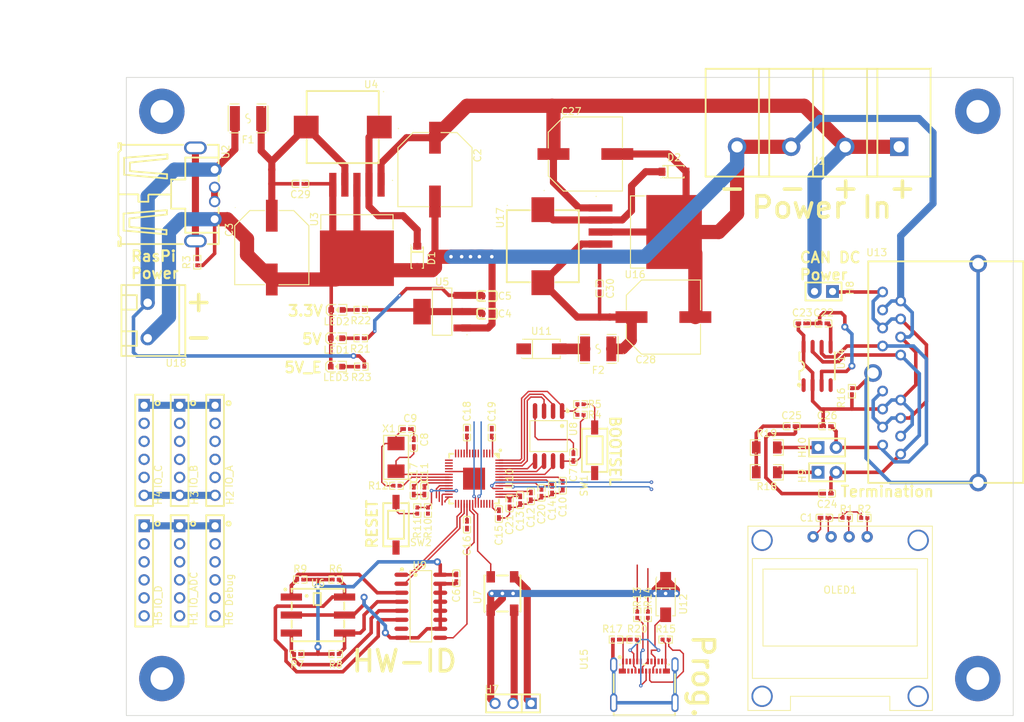
<source format=kicad_pcb>
(kicad_pcb (version 20221018) (generator pcbnew)
  (title_block (title "Dispensy Mainboard") (date "2024-01-28") (rev "0") (company "DrinkRobotics") (comment 1 "https://git.xythobuz.de/thomas/Dispensy") (comment 2 "Licensed under the CERN-OHL-S-2.0+") (comment 3 "PCB Thickness: 1mm") (comment 4 "Copyright (c) 2023 - 2024 Thomas Buck <thomas@xythobuz.de>"))
  (layers (0 "F.Cu" signal) (31 "B.Cu" signal) (34 "B.Paste" user) (35 "F.Paste" user) (36 "B.SilkS" user "B.Silkscreen") (37 "F.SilkS" user "F.Silkscreen") (38 "B.Mask" user) (39 "F.Mask" user) (44 "Edge.Cuts" user))
  (net 0 "")
  (net 1 "GND")
  (net 2 "+3.3V")
  (net 3 "+VDC")
  (net 4 "/EXT_PSU/Vout")
  (net 5 "+5V")
  (net 6 "Net-(U10-XIN)")
  (net 7 "Net-(X1-OSC2)")
  (net 8 "+1V1")
  (net 9 "Net-(U14-CANH)")
  (net 10 "Net-(C25-Pad1)")
  (net 11 "Net-(U14-CANL)")
  (net 12 "/PI/PI_PSU/Vout")
  (net 13 "Net-(U3-OUT)")
  (net 14 "Net-(U16-OUT)")
  (net 15 "/PI/ADC0")
  (net 16 "/PI/ADC1")
  (net 17 "/PI/ADC2")
  (net 18 "/PI/ADC3")
  (net 19 "/PI/IO0")
  (net 20 "/PI/IO1")
  (net 21 "/PI/IO2")
  (net 22 "/PI/IO3")
  (net 23 "/PI/IO4")
  (net 24 "/PI/IO5")
  (net 25 "/PI/IO6")
  (net 26 "/PI/IO7")
  (net 27 "/PI/IO8")
  (net 28 "/PI/IO9")
  (net 29 "/PI/IO10")
  (net 30 "/PI/IO11")
  (net 31 "/PI/IO12")
  (net 32 "/PI/IO13")
  (net 33 "/PI/IO14")
  (net 34 "/PI/IO15")
  (net 35 "/PI/Debug_Clock")
  (net 36 "/PI/Debug_Data")
  (net 37 "/PI/Debug_Tx")
  (net 38 "/PI/Debug_Rx")
  (net 39 "Net-(U7-DO)")
  (net 40 "Net-(H8-Pad1)")
  (net 41 "Net-(H9-Pad1)")
  (net 42 "Net-(H10-Pad1)")
  (net 43 "/PI/I2C_SCL")
  (net 44 "/PI/I2C_SDA")
  (net 45 "Net-(U2-SH1)")
  (net 46 "/PI/SPI_FLASH.SS")
  (net 47 "Net-(R5-Pad1)")
  (net 48 "Net-(U9-D7)")
  (net 49 "Net-(U9-D6)")
  (net 50 "Net-(U9-D5)")
  (net 51 "Net-(U9-D4)")
  (net 52 "Net-(U10-RUN)")
  (net 53 "Net-(R11-Pad2)")
  (net 54 "Net-(U10-XOUT)")
  (net 55 "/PI/USBC.DP")
  (net 56 "Net-(U10-USB_DP)")
  (net 57 "/PI/USBC.DM")
  (net 58 "Net-(U10-USB_DM)")
  (net 59 "Net-(U15-CC2)")
  (net 60 "Net-(R16-Pad1)")
  (net 61 "/PI/USBC.SHIELD")
  (net 62 "Net-(U15-CC1)")
  (net 63 "Net-(U2-D+)")
  (net 64 "/PI/LED_Din")
  (net 65 "/PI/SPI_FLASH.SD1")
  (net 66 "/PI/SPI_FLASH.SD2")
  (net 67 "/PI/SPI_FLASH.SD0")
  (net 68 "/PI/SPI_FLASH.SCLK")
  (net 69 "/PI/SPI_FLASH.SD3")
  (net 70 "/PI/SR_Load")
  (net 71 "/PI/SR_Clock")
  (net 73 "/PI/SR_Data")
  (net 74 "Net-(U10-GPIO24)")
  (net 75 "Net-(U10-GPIO25)")
  (net 76 "/PI/USBC.VBUS")
  (net 87 "Net-(U2-VCC)")
  (net 88 "Net-(U11-A)")
  (net 89 "Net-(LED1-+)")
  (net 90 "Net-(LED2-+)")
  (net 91 "Net-(LED3-+)")
  (footprint "jlc_footprints:HDR-TH_3P-P2.54-V-F" (layer "F.Cu") (at 148 136 180)
    (fp_text reference "H7")
    (fp_text value "WS2812")
  )
  (footprint "jlc_footprints:C0402" (layer "F.Cu") (at 149 107.34763 -90)
    (fp_text reference "C13")
    (fp_text value "1uF")
  )
  (footprint "jlc_footprints:LED0603-RD" (layer "F.Cu") (at 123.101981 88.506858)
    (fp_text reference "LED3")
    (fp_text value "FC-D1608HGK-572C")
  )
  (footprint "jlc_footprints:R1206" (layer "F.Cu") (at 183.754966 99.907765)
    (fp_text reference "R19")
    (fp_text value "60R4")
  )
  (footprint "jlc_footprints:TO-263-5_L10.6-W9.6-P1.70-LS15.9-BR" (layer "F.Cu") (at 125.990456 68.034258 90)
    (fp_text reference "U3")
    (fp_text value "LM2576S-5_0_TR")
  )
  (footprint "jlc_footprints:R0402" (layer "F.Cu") (at 136 108.802545 -90)
    (fp_text reference "R10")
    (fp_text value "10K")
  )
  (footprint "jlc_footprints:CAP-SMD_BD10.0-L10.3-W10.3-FD" (layer "F.Cu") (at 158.190482 58.51762)
    (fp_text reference "C27")
    (fp_text value "100uF")
  )
  (footprint "jlc_footprints:HDR-TH_6P-P2.54-V-F" (layer "F.Cu") (at 96 100.310008 -90)
    (fp_text reference "H4")
    (fp_text value "IO_C")
  )
  (footprint "jlc_footprints:CONN-TH_4P-P7.62_L15.2-W31.7-EX4.2" (layer "F.Cu") (at 191 57.5 180)
    (fp_text reference "U1")
    (fp_text value "DBT50G-7_62-4P")
  )
  (footprint "jlc_footprints:R0402" (layer "F.Cu") (at 167 123.5 -90)
    (fp_text reference "R14")
    (fp_text value "27R4")
  )
  (footprint "jlc_footprints:RJ45-TH_DS1129-05-S80BP-X" (layer "F.Cu") (at 206.140469 89.407765 90)
    (fp_text reference "U13")
    (fp_text value "CAN_IO")
  )
  (footprint "jlc_footprints:SOD-123_L2.8-W1.8-LS3.7-RD" (layer "F.Cu") (at 170.690482 61.01762)
    (fp_text reference "D2")
    (fp_text value "MBR340F")
  )
  (footprint "jlc_footprints:C0402" (layer "F.Cu") (at 188.754966 82.407765 180)
    (fp_text reference "C23")
    (fp_text value "47nF")
  )
  (footprint "jlc_footprints:F1812" (layer "F.Cu") (at 110.646558 53.5 180)
    (fp_text reference "F1")
    (fp_text value "ASMD1812-350-16V")
  )
  (footprint "jlc_footprints:C0402" (layer "F.Cu") (at 135.5 106 -90)
    (fp_text reference "C11")
    (fp_text value "100nF")
  )
  (footprint "jlc_footprints:CAP-SMD_BD10.0-L10.3-W10.3-FD" (layer "F.Cu") (at 136.990456 60.717646 -90)
    (fp_text reference "C2")
    (fp_text value "100uF")
  )
  (footprint "jlc_footprints:R0402" (layer "F.Cu") (at 123 118.53813)
    (fp_text reference "R6")
    (fp_text value "10K")
  )
  (footprint "jlc_footprints:C0402" (layer "F.Cu") (at 191.874904 109.82738 180)
    (fp_text reference "C1")
    (fp_text value "100nF")
  )
  (footprint "jlc_footprints:R0402" (layer "F.Cu") (at 165.5 123.5 -90)
    (fp_text reference "R13")
    (fp_text value "27R4")
  )
  (footprint "jlc_footprints:C0402" (layer "F.Cu") (at 147.5 107.802545 -90)
    (fp_text reference "C21")
    (fp_text value "100nF")
  )
  (footprint "jlc_footprints:C0402" (layer "F.Cu") (at 192.254966 96.907765)
    (fp_text reference "C26")
    (fp_text value "100pF")
  )
  (footprint "jlc_footprints:HDR-TH_6P-P2.54-V-F" (layer "F.Cu") (at 106 117.310008 -90)
    (fp_text reference "H6")
    (fp_text value "Debug")
  )
  (footprint "jlc_footprints:C0402" (layer "F.Cu") (at 141.5 110.802545 -90)
    (fp_text reference "C16")
    (fp_text value "100nF")
  )
  (footprint "jlc_footprints:R0402" (layer "F.Cu") (at 126.601981 88.506858 180)
    (fp_text reference "R23")
    (fp_text value "1K")
  )
  (footprint "jlc_footprints:SOT-223-4_L6.5-W3.5-P2.30-LS7.0-BR" (layer "F.Cu") (at 138 80.75)
    (fp_text reference "U5")
    (fp_text value "AMS1117-3_3_C347222")
  )
  (footprint "jlc_footprints:SOIC-8_L5.0-W4.0-P1.27-LS6.0-BL" (layer "F.Cu") (at 190.849962 88.407765)
    (fp_text reference "U14")
    (fp_text value "TJA1042T_3_1J")
  )
  (footprint "jlc_footprints:CONN-TH_XY300V-A-5.0-2P" (layer "F.Cu") (at 96.5 82 90)
    (fp_text reference "U18")
    (fp_text value "XY300V-A-5_0-2P")
  )
  (footprint "jlc_footprints:LED-SMD_4P-L5.0-W5.0-LS5.4-TL-1" (layer "F.Cu") (at 146.5 120.5 90)
    (fp_text reference "U7")
    (fp_text value "WS2812E-V5")
  )
  (footprint "MountingHole:MountingHole_3.2mm_M3_Pad_TopBottom" (layer "F.Cu") (at 213.5 52.5)
    (fp_text reference "H12" hide)
    (fp_text value "MountingHole" hide)
  )
  (footprint "jlc_footprints:HDR-TH_6P-P2.54-V-F" (layer "F.Cu") (at 101 117.310008 -90)
    (fp_text reference "H1")
    (fp_text value "IO_ADC")
  )
  (footprint "jlc_footprints:R0402" (layer "F.Cu") (at 103.490456 73.784829 90)
    (fp_text reference "R3")
    (fp_text value "1M")
  )
  (footprint "jlc_footprints:LED0603-RD" (layer "F.Cu") (at 123.169164 80.503429)
    (fp_text reference "LED2")
    (fp_text value "FC-D1608HGK-572C")
  )
  (footprint "jlc_footprints:C0402" (layer "F.Cu") (at 156.5 101.25746 90)
    (fp_text reference "C7")
    (fp_text value "100nF")
  )
  (footprint "jlc_footprints:C0402" (layer "F.Cu") (at 133.045085 97.302545 180)
    (fp_text reference "C9")
    (fp_text value "27p")
  )
  (footprint "jlc_footprints:HDR-TH_2P-P2.54-V-M-1" (layer "F.Cu") (at 191.754966 77.907765 180)
    (fp_text reference "H8")
    (fp_text value "PWR")
  )
  (footprint "jlc_footprints:HDR-TH_6P-P2.54-V-F" (layer "F.Cu") (at 106 100.310008 -90)
    (fp_text reference "H2")
    (fp_text value "IO_A")
  )
  (footprint "jlc_footprints:R0402" (layer "F.Cu") (at 194.874904 109.82738 180)
    (fp_text reference "R1")
    (fp_text value "10K")
  )
  (footprint "jlc_footprints:R0402" (layer "F.Cu") (at 165 127 180)
    (fp_text reference "R20")
    (fp_text value "5K1")
  )
  (footprint "jlc_footprints:C0402" (layer "F.Cu") (at 141.5 97.802545 90)
    (fp_text reference "C18")
    (fp_text value "100nF")
  )
  (footprint "jlc_footprints:USB-C-SMD_TYPE-C-USB-18" (layer "F.Cu") (at 166.5 133)
    (fp_text reference "U15")
    (fp_text value "USB-C")
  )
  (footprint "jlc_footprints:C0402" (layer "F.Cu") (at 150.5 106.802545 -90)
    (fp_text reference "C12")
    (fp_text value "1uF")
  )
  (footprint "jlc_footprints:OSC-SMD_2P-L5.0-W3.2" (layer "F.Cu") (at 131.5 101.302545 90)
    (fp_text reference "X1")
    (fp_text value "12MHz")
  )
  (footprint "jlc_footprints:SW-SMD_L6.1-W3.6-LS6.6" (layer "F.Cu") (at 159.5 100.302545 -90)
    (fp_text reference "SW1")
    (fp_text value "BOOTSEL")
  )
  (footprint "MountingHole:MountingHole_3.2mm_M3_Pad_TopBottom" (layer "F.Cu") (at 98.5 52.5)
    (fp_text reference "H11" hide)
    (fp_text value "MountingHole" hide)
  )
  (footprint "jlc_footprints:TO-263-5_L10.6-W9.6-P1.70-LS15.9-BR" (layer "F.Cu") (at 165.507094 69.51762 180)
    (fp_text reference "U16")
    (fp_text value "LM2576S-5_0_TR")
  )
  (footprint "jlc_footprints:R0402" (layer "F.Cu") (at 134.5 108.802545 -90)
    (fp_text reference "R11")
    (fp_text value "1K")
  )
  (footprint "jlc_footprints:R0402" (layer "F.Cu") (at 131.567183 105.302545)
    (fp_text reference "R12")
    (fp_text value "1K")
  )
  (footprint "jlc_footprints:HDR-TH_6P-P2.54-V-F" (layer "F.Cu") (at 101 100.310008 -90)
    (fp_text reference "H3")
    (fp_text value "IO_B")
  )
  (footprint "jlc_footprints:SW-SMD_L6.1-W3.6-LS6.6" (layer "F.Cu") (at 131.5 110.802545 -90)
    (fp_text reference "SW2")
    (fp_text value "RESET")
  )
  (footprint "jlc_footprints:R0402" (layer "F.Cu") (at 162.5 127)
    (fp_text reference "R17")
    (fp_text value "1M")
  )
  (footprint "jlc_footprints:R0402" (layer "F.Cu") (at 157.5 95.302545 180)
    (fp_text reference "R4")
    (fp_text value "10K")
  )
  (footprint "jlc_footprints:R0402" (layer "F.Cu") (at 169.5 127 180)
    (fp_text reference "R15")
    (fp_text value "5K1")
  )
  (footprint "jlc_footprints:C0402" (layer "F.Cu") (at 152 106.302545 -90)
    (fp_text reference "C20")
    (fp_text value "100nF")
  )
  (footprint "jlc_footprints:SOIC-8_L5.3-W5.3-P1.27-LS8.0-BL" (layer "F.Cu") (at 153 98.302545 180)
    (fp_text reference "U8")
    (fp_text value "W25Q128JVSIQ")
  )
  (footprint "jlc_footprints:C0402" (layer "F.Cu") (at 192.254966 106.407765 180)
    (fp_text reference "C24")
    (fp_text value "100pF")
  )
  (footprint "jlc_footprints:R0402" (layer "F.Cu") (at 126.534798 80.503429 180)
    (fp_text reference "R22")
    (fp_text value "1K")
  )
  (footprint "jlc_footprints:LED0603-RD" (layer "F.Cu") (at 123.101981 84.503429)
    (fp_text reference "LED1")
    (fp_text value "FC-D1608HGK-572C")
  )
  (footprint "jlc_footprints:SMA_L4.4-W2.8-LS5.4-R-RD" (layer "F.Cu") (at 152 86)
    (fp_text reference "U11")
    (fp_text value "SS54_C22452")
  )
  (footprint "jlc_footprints:F1812" (layer "F.Cu") (at 160 86 180)
    (fp_text reference "F2")
    (fp_text value "ASMD1812-350-16V")
  )
  (footprint "MountingHole:MountingHole_3.2mm_M3_Pad_TopBottom" (layer "F.Cu") (at 213.5 132.5)
    (fp_text reference "H14" hide)
    (fp_text value "MountingHole" hide)
  )
  (footprint "jlc_footprints:CAP-SMD_BD10.0-L10.3-W10.3-LS11.3-FD" (layer "F.Cu") (at 113.990456 71.717646 -90)
    (fp_text reference "C3")
    (fp_text value "1000uF")
  )
  (footprint "jlc_footprints:CAP-SMD_BD10.0-L10.3-W10.3-LS11.3-FD" (layer "F.Cu") (at 169.190482 81.51762)
    (fp_text reference "C28")
    (fp_text value "1000uF")
  )
  (footprint "jlc_footprints:C0402" (layer "F.Cu") (at 155 105.302545 -90)
    (fp_text reference "C10")
    (fp_text value "100nF")
  )
  (footprint "jlc_footprints:C0603" (layer "F.Cu") (at 144.3349 78.549975)
    (fp_text reference "C5")
    (fp_text value "10uF")
  )
  (footprint "jlc_footprints:C0402" (layer "F.Cu") (at 145 97.802545 90)
    (fp_text reference "C19")
    (fp_text value "100nF")
  )
  (footprint "jlc_footprints:C0402" (layer "F.Cu") (at 146 109.302545 -90)
    (fp_text reference "C15")
    (fp_text value "100nF")
  )
  (footprint "jlc_footprints:R0402" (layer "F.Cu") (at 195.754966 91.974948 -90)
    (fp_text reference "R16")
    (fp_text value "1M")
  )
  (footprint "jlc_footprints:SMA_L4.4-W2.8-LS5.4-R-RD" (layer "F.Cu") (at 169.5 121 -90)
    (fp_text reference "U12")
    (fp_text value "SS54_C22452")
  )
  (footprint "jlc_footprints:R0402" (layer "F.Cu") (at 157.5 93.802545 180)
    (fp_text reference "R5")
    (fp_text value "1K")
  )
  (footprint "jlc_footprints:SW-SMD_SM_SKCR-16S" (layer "F.Cu") (at 120.5 123.53813 90)
    (fp_text reference "U6")
    (fp_text value "SKCR-16S")
  )
  (footprint "jlc_footprints:C0603" (layer "F.Cu") (at 144.3349 81.049975)
    (fp_text reference "C4")
    (fp_text value "10uF")
  )
  (footprint "jlc_footprints:C0402" (layer "F.Cu") (at 187.254966 96.907765)
    (fp_text reference "C25")
    (fp_text value "4.7nF")
  )
  (footprint "jlc_footprints:C0402" (layer "F.Cu") (at 153.5 105.84763 -90)
    (fp_text reference "C14")
    (fp_text value "100nF")
  )
  (footprint "jlc_footprints:R1206" (layer "F.Cu") (at 183.754966 103.407765 180)
    (fp_text reference "R18")
    (fp_text value "60R4")
  )
  (footprint "jlc_footprints:USB-A-TH_USB-302-T" (layer "F.Cu") (at 104.581769 64.217646 -90)
    (fp_text reference "U2")
    (fp_text value "USB-A")
  )
  (footprint "jlc_footprints:C0402" (layer "F.Cu") (at 140 118.34763 90)
    (fp_text reference "C6")
    (fp_text value "100nF")
  )
  (footprint "jlc_footprints:SOIC-16_L9.9-W3.9-P1.27-LS6.0-BL" (layer "F.Cu") (at 135 122.302545 -90)
    (fp_text reference "U9")
    (fp_text value "74HC165D,653")
  )
  (footprint "jlc_footprints:R0402" (layer "F.Cu") (at 197.5 109.845 180)
    (fp_text reference "R2")
    (fp_text value "10K")
  )
  (footprint "MountingHole:MountingHole_3.2mm_M3_Pad_TopBottom" (layer "F.Cu") (at 98.5 132.5)
    (fp_text reference "H13" hide)
    (fp_text value "MountingHole" hide)
  )
  (footprint "jlc_footprints:SOD-123_L2.8-W1.8-LS3.7-RD" (layer "F.Cu") (at 134.490456 73.217646 -90)
    (fp_text reference "D1")
    (fp_text value "MBR340F")
  )
  (footprint "jlc_footprints:IND-SMD_L11.5-W10.0_YSPI1050" (layer "F.Cu") (at 152.190482 71.51762 -90)
    (fp_text reference "U17")
    (fp_text value "100uH")
  )
  (footprint "jlc_footprints:LQFN-56_L7.0-W7.0-P0.4-EP" (layer "F.Cu") (at 142.499873 104.302545 -90)
    (fp_text reference "U10")
    (fp_text value "RP2040")
  )
  (footprint "jlc_footprints:HDR-TH_6P-P2.54-V-F" (layer "F.Cu") (at 96 117.310008 -90)
    (fp_text reference "H5")
    (fp_text value "IO_D")
  )
  (footprint "jlc_footprints:IND-SMD_L11.5-W10.0_YSPI1050" (layer "F.Cu") (at 123.990456 54.717646 180)
    (fp_text reference "U4")
    (fp_text value "100uH")
  )
  (footprint "jlc_footprints:R0402" (layer "F.Cu") (at 123 129.03813)
    (fp_text reference "R8")
    (fp_text value "10K")
  )
  (footprint "jlc_footprints:R0402" (layer "F.Cu") (at 126.534798 84.503429 180)
    (fp_text reference "R21")
    (fp_text value "1K")
  )
  (footprint "jlc_footprints:C0402" (layer "F.Cu") (at 134 99.302545 -90)
    (fp_text reference "C8")
    (fp_text value "27p")
  )
  (footprint "jlc_footprints:C0402" (layer "F.Cu") (at 118.035541 62.717646 180)
    (fp_text reference "C29")
    (fp_text value "100nF")
  )
  (footprint "jlc_footprints:R0402" (layer "F.Cu") (at 118 118.53813 180)
    (fp_text reference "R9")
    (fp_text value "10K")
  )
  (footprint "extern:SSD1306_0.96_Oled" (layer "F.Cu") (at 181.095 137)
    (fp_text reference "OLED1")
    (fp_text value "SSD1306")
  )
  (footprint "jlc_footprints:C0402" (layer "F.Cu") (at 191.754966 82.407765)
    (fp_text reference "C22")
    (fp_text value "100nF")
  )
  (footprint "jlc_footprints:C0402" (layer "F.Cu") (at 134 106 -90)
    (fp_text reference "C17")
    (fp_text value "100nF")
  )
  (footprint "jlc_footprints:HDR-TH_2P-P2.54-V-M-1" (layer "F.Cu") (at 192.254966 99.907765)
    (fp_text reference "H10")
    (fp_text value "T_CL")
  )
  (footprint "jlc_footprints:R0402" (layer "F.Cu") (at 117.567183 129.03813 180)
    (fp_text reference "R7")
    (fp_text value "10K")
  )
  (footprint "jlc_footprints:HDR-TH_2P-P2.54-V-M-1" (layer "F.Cu") (at 192.254966 103.407765)
    (fp_text reference "H9")
    (fp_text value "T_CH")
  )
  (footprint "jlc_footprints:C0402" (layer "F.Cu") (at 160.190482 77.472535 -90)
    (fp_text reference "C30")
    (fp_text value "100nF")
  )
  (gr_rect (start 93.490456 47.717646) (end 218.490456 137.717646) (stroke (width 0.1)) (fill none) (layer "Edge.Cuts"))
  (gr_text "BOOTSEL" (at 161.5 95.302545 -90) (layer "F.SilkS") (effects (font (size 1.5 1.5) (thickness 0.3) bold) (justify left bottom)))
  (gr_text "Power In" (at 181.324632 67.799974) (layer "F.SilkS") (effects (font (size 3 3) (thickness 0.5) bold) (justify left bottom)))
  (gr_text "-" (at 176.689992 65) (layer "F.SilkS") (effects (font (size 3 3) (thickness 0.5) bold) (justify left bottom)))
  (gr_text "Termination" (at 194 107) (layer "F.SilkS") (effects (font (size 1.5 1.5) (thickness 0.3) bold) (justify left bottom)))
  (gr_text "+" (at 192.689992 65) (layer "F.SilkS") (effects (font (size 3 3) (thickness 0.5) bold) (justify left bottom)))
  (gr_text "RasPi\nPower" (at 93.990456 76.217646) (layer "F.SilkS") (effects (font (size 1.5 1.5) (thickness 0.3) bold) (justify left bottom)))
  (gr_text "-" (at 101.5 86) (layer "F.SilkS") (effects (font (size 3 3) (thickness 0.5) bold) (justify left bottom)))
  (gr_text "HW-ID" (at 125 131.802545) (layer "F.SilkS") (effects (font (size 3 3) (thickness 0.5) bold) (justify left bottom)))
  (gr_text "Prog." (at 173 126 -90) (layer "F.SilkS") (effects (font (size 3 3) (thickness 0.5) bold) (justify left bottom)))
  (gr_text "+" (at 200.689992 65) (layer "F.SilkS") (effects (font (size 3 3) (thickness 0.5) bold) (justify left bottom)))
  (gr_text "RESET" (at 129 114.302545 90) (layer "F.SilkS") (effects (font (size 1.5 1.5) (thickness 0.3) bold) (justify left bottom)))
  (gr_text "CAN DC\nPower" (at 188.254966 76.407765) (layer "F.SilkS") (effects (font (size 1.5 1.5) (thickness 0.3) bold) (justify left bottom)))
  (gr_text "3.3V" (at 116.101981 81.503429) (layer "F.SilkS") (effects (font (size 1.5 1.5) (thickness 0.3) bold) (justify left bottom)))
  (gr_text "5V" (at 118.101981 85.503429) (layer "F.SilkS") (effects (font (size 1.5 1.5) (thickness 0.3) bold) (justify left bottom)))
  (gr_text "+" (at 101.5 81) (layer "F.SilkS") (effects (font (size 3 3) (thickness 0.5) bold) (justify left bottom)))
  (gr_text "5V_E" (at 115.601981 89.503429) (layer "F.SilkS") (effects (font (size 1.5 1.5) (thickness 0.3) bold) (justify left bottom)))
  (gr_text "-" (at 185.189992 65) (layer "F.SilkS") (effects (font (size 3 3) (thickness 0.5) bold) (justify left bottom)))
  (segment (start 134.490456 74.910051) (end 127.682861 74.910051) (width 2) (layer "F.Cu") (net 1))
  (segment (start 148.545085 108.34763) (end 149 107.892715) (width 0.2) (layer "F.Cu") (net 1))
  (segment (start 148.150114 118.149987) (end 150 119.999873) (width 1) (layer "F.Cu") (net 1))
  (segment (start 107.717773 67.717773) (end 110.5 70.5) (width 2) (layer "F.Cu") (net 1))
  (segment (start 137.735585 122.937546) (end 137.735585 121.667544) (width 0.5) (layer "F.Cu") (net 1))
  (segment (start 145.034925 78.549975) (end 145.034925 73.034925) (width 1) (layer "F.Cu") (net 1))
  (segment (start 152 106.84763) (end 153.045085 106.84763) (width 0.2) (layer "F.Cu") (net 1))
  (segment (start 125.990456 62.85087) (end 125.990456 73.217646) (width 1) (layer "F.Cu") (net 1))
  (segment (start 162.932817 127) (end 163.5 127) (width 0.5) (layer "F.Cu") (net 1))
  (segment (start 169.5 127.570002) (end 169.067183 127.137185) (width 0.2) (layer "F.Cu") (net 1))
  (segment (start 191.709881 96.907765) (end 191.709881 94.532733) (width 0.5) (layer "F.Cu") (net 1))
  (segment (start 136.990456 74.509544) (end 136.589949 74.910051) (width 2) (layer "F.Cu") (net 1))
  (segment (start 127 121.03813) (end 127 122.03813) (width 0.5) (layer "F.Cu") (net 1))
  (segment (start 150 135.459995) (end 150.540005 136) (width 1) (layer "F.Cu") (net 1))
  (segment (start 172.382887 67.825215) (end 170.690482 69.51762) (width 1) (layer "F.Cu") (net 1))
  (segment (start 173.690355 81.51762) (end 173.690355 72.517493) (width 2) (layer "F.Cu") (net 1))
  (segment (start 105.936735 67.717773) (end 107.717773 67.717773) (width 2) (layer "F.Cu") (net 1))
  (segment (start 110.5 72.727063) (end 113.990456 76.217519) (width 2) (layer "F.Cu") (net 1))
  (segment (start 156 98.802545) (end 156.5 99.302545) (width 0.2) (layer "F.Cu") (net 1))
  (segment (start 151.5 107.34763) (end 152 106.84763) (width 0.2) (layer "F.Cu") (net 1))
  (segment (start 187.625096 98.01762) (end 187.800051 97.842665) (width 0.5) (layer "F.Cu") (net 1))
  (segment (start 184.125096 98.01762) (end 187.625096 98.01762) (width 0.5) (layer "F.Cu") (net 1))
  (segment (start 179.569977 66.930023) (end 176.98238 69.51762) (width 2) (layer "F.Cu") (net 1))
  (segment (start 136.990456 73.009544) (end 136.990456 65.217519) (width 1) (layer "F.Cu") (net 1))
  (segment (start 151.5 98.802545) (end 156 98.802545) (width 0.2) (layer "F.Cu") (net 1))
  (segment (start 136.589949 74.910051) (end 134.490456 74.910051) (width 2) (layer "F.Cu") (net 1))
  (segment (start 202.625458 93.217646) (end 204.754966 91.088138) (width 0.5) (layer "F.Cu") (net 1))
  (segment (start 122.990583 76.217519) (end 125.990456 73.217646) (width 1) (layer "F.Cu") (net 1))
  (segment (start 133.59017 97.302545) (end 134 97.712375) (width 0.2) (layer "F.Cu") (net 1))
  (segment (start 190.214961 93.36776) (end 191.334849 94.487648) (width 0.5) (layer "F.Cu") (net 1))
  (segment (start 167.290431 72.917671) (end 170.690482 69.51762) (width 1) (layer "F.Cu") (net 1))
  (segment (start 137.735585 124.207549) (end 137.735585 122.937546) (width 0.5) (layer "F.Cu") (net 1))
  (segment (start 163.5 130.090043) (end 163.5 131.33998) (width 0.2) (layer "F.Cu") (net 1))
  (segment (start 183.625096 98.51762) (end 184.125096 98.01762) (width 0.5) (layer "F.Cu") (net 1))
  (segment (start 169.5 131.33998) (end 169.600076 131.440056) (width 0.2) (layer "F.Cu") (net 1))
  (segment (start 172.382887 61.01762) (end 172.382887 67.825215) (width 1) (layer "F.Cu") (net 1))
  (segment (start 169.067183 127.137185) (end 169.067183 127) (width 0.2) (layer "F.Cu") (net 1))
  (segment (start 122.302514 84.506858) (end 122.302514 88.510287) (width 0.5) (layer "F.Cu") (net 1))
  (segment (start 185.87949 106.407765) (end 183.625096 104.153371) (width 0.5) (layer "F.Cu") (net 1))
  (segment (start 103.490456 74.217646) (end 104.260458 74.217646) (width 0.5) (layer "F.Cu") (net 1))
  (segment (start 145.034925 73.034925) (end 145 73) (width 1) (layer "F.Cu") (net 1))
  (segment (start 139.765176 119.127539) (end 140 118.892715) (width 0.5) (layer "F.Cu") (net 1))
  (segment (start 136.990456 73.009544) (end 139.240456 73.009544) (width 2) (layer "F.Cu") (net 1))
  (segment (start 154.454915 106.392715) (end 155 105.84763) (width 0.2) (layer "F.Cu") (net 1))
  (segment (start 146 109.84763) (end 146.954915 109.84763) (width 0.2) (layer "F.Cu") (net 1))
  (segment (start 153.045085 106.84763) (end 153.5 106.392715) (width 0.2) (layer "F.Cu") (net 1))
  (segment (start 145.034925 78.549975) (end 145.034925 81.049975) (width 1) (layer "F.Cu") (net 1))
  (segment (start 163.5 127) (end 164.567183 127) (width 0.5) (layer "F.Cu") (net 1))
  (segment (start 147.5 108.34763) (end 148.545085 108.34763) (width 0.2) (layer "F.Cu") (net 1))
  (segment (start 127.682861 74.910051) (end 125.990456 73.217646) (width 1) (layer "F.Cu") (net 1))
  (segment (start 195.754966 92.407765) (end 195.754966 94.487648) (width 0.5) (layer "F.Cu") (net 1))
  (segment (start 147.5 109.302545) (end 147.5 108.34763) (width 0.2) (layer "F.Cu") (net 1))
  (segment (start 162.690355 58.51762) (end 169.882887 58.51762) (width 1) (layer "F.Cu") (net 1))
  (segment (start 138.949835 103.302545) (end 141.5 103.302545) (width 0.2) (layer "F.Cu") (net 1))
  (segment (start 137.735585 125.477551) (end 137.735585 124.207549) (width 0.5) (layer "F.Cu") (net 1))
  (segment (start 134.61557 126.747554) (end 132.264415 126.747554) (width 0.5) (layer "F.Cu") (net 1))
  (segment (start 110.5 70.5) (end 110.5 72.727063) (width 2) (layer "F.Cu") (net 1))
  (segment (start 163.5 130.090043) (end 163.5 127) (width 0.2) (layer "F.Cu") (net 1))
  (segment (start 145.034925 82.499975) (end 145.034925 81.049975) (width 1) (layer "F.Cu") (net 1))
  (segment (start 146.954915 109.84763) (end 147.5 109.302545) (width 0.2) (layer "F.Cu") (net 1))
  (segment (start 187.189992 57.5) (end 179.569977 57.5) (width 2) (layer "F.Cu") (net 1))
  (segment (start 160.323706 69.51762) (end 170.690482 69.51762) (width 1) (layer "F.Cu") (net 1))
  (segment (start 188.944958 84.097757) (end 188.209881 83.36268) (width 0.5) (layer "F.Cu") (net 1))
  (segment (start 127 122.03813) (end 125.5 123.53813) (width 0.5) (layer "F.Cu") (net 1))
  (segment (start 122.590405 62.85087) (end 122.590405 69.817595) (width 1) (layer "F.Cu") (net 1))
  (segment (start 151.094996 98.397541) (end 151.5 98.802545) (width 0.2) (layer "F.Cu") (net 1))
  (segment (start 173.690355 72.517493) (end 170.690482 69.51762) (width 1) (layer "F.Cu") (net 1))
  (segment (start 190.214961 89.36776) (end 188.944958 88.097757) (width 0.5) (layer "F.Cu") (net 1))
  (segment (start 187.800051 97.842665) (end 187.800051 96.907765) (width 0.5) (layer "F.Cu") (net 1))
  (segment (start 104.260458 74.217646) (end 105.936735 72.541369) (width 0.5) (layer "F.Cu") (net 1))
  (segment (start 156.5 99.302545) (end 156.5 100.712375) (width 0.2) (layer "F.Cu") (net 1))
  (segment (start 191.329819 109.82738) (end 191.329819 111.455181) (width 0.2) (layer "F.Cu") (net 1))
  (segment (start 135.5 106.545085) (end 134 106.545085) (width 0.2) (layer "F.Cu") (net 1))
  (segment (start 136.990456 73.009544) (end 136.990456 74.509544) (width 2) (layer "F.Cu") (net 1))
  (segment (start 163.5 131.33998) (end 163.399924 131.440056) (width 0.2) (layer "F.Cu") (net 1))
  (segment (start 169.5 130.090043) (end 169.5 131.33998) (width 0.2) (layer "F.Cu") (net 1))
  (segment (start 137.735585 125.477551) (end 135.885573 125.477551) (width 0.5) (layer "F.Cu") (net 1))
  (segment (start 183.625096 104.153371) (end 183.625096 98.51762) (width 0.5) (layer "F.Cu") (net 1))
  (segment (start 169.5 130.090043) (end 169.5 127.570002) (width 0.2) (layer "F.Cu") (net 1))
  (segment (start 113.990456 76.217519) (end 122.990583 76.217519) (width 2) (layer "F.Cu") (net 1))
  (segment (start 137.735585 119.127539) (end 137.735585 120.397541) (width 0.5) (layer "F.Cu") (net 1))
  (segment (start 137.735585 119.127539) (end 139.765176 119.127539) (width 0.5) (layer "F.Cu") (net 1))
  (segment (start 204.754966 86.457136) (end 202.625458 84.327628) (width 0.5) (layer "F.Cu") (net 1))
  (segment (start 150.5 107.34763) (end 151.5 107.34763) (width 0.2) (layer "F.Cu") (net 1))
  (segment (start 144.484925 83.049975) (end 145.034925 82.499975) (width 1) (layer "F.Cu") (net 1))
  (segment (start 176.98238 69.51762) (end 170.690482 69.51762) (width 2) (layer "F.Cu") (net 1))
  (segment (start 188.944958 88.097757) (end 188.944958 85.70266) (width 0.5) (layer "F.Cu") (net 1))
  (segment (start 191.709881 106.407765) (end 185.87949 106.407765) (width 0.5) (layer "F.Cu") (net 1))
  (segment (start 122.590405 69.817595) (end 125.990456 73.217646) (width 1) (layer "F.Cu") (net 1))
  (segment (start 130.709424 126.747554) (end 130 126.03813) (width 0.5) (layer "F.Cu") (net 1))
  (segment (start 150 119.999873) (end 150 135.459995) (width 1) (layer "F.Cu") (net 1))
  (segment (start 179.569977 57.5) (end 179.569977 66.930023) (width 2) (layer "F.Cu") (net 1))
  (segment (start 191.329819 111.455181) (end 190.285 112.5) (width 0.2) (layer "F.Cu") (net 1))
  (segment (start 122.369697 80.506858) (end 122.369697 84.439675) (width 0.5) (layer "F.Cu") (net 1))
  (segment (start 191.754966 94.487648) (end 195.754966 94.487648) (width 0.5) (layer "F.Cu") (net 1))
  (segment (start 204.754966 91.088138) (end 204.754966 86.457136) (width 0.5) (layer "F.Cu") (net 1))
  (segment (start 118.580626 62.717646) (end 122.457181 62.717646) (width 0.5) (layer "F.Cu") (net 1))
  (segment (start 151.094996 94.772446) (end 151.094996 98.397541) (width 0.2) (layer "F.Cu") (net 1))
  (segment (start 188.209881 82.407765) (end 188.209881 83.36268) (width 0.5) (layer "F.Cu") (net 1))
  (segment (start 125.5 123.53813) (end 124.250064 123.53813) (width 0.5) (layer "F.Cu") (net 1))
  (segment (start 160.190482 73.050895) (end 160.323706 72.917671) (width 0.5) (layer "F.Cu") (net 1))
  (segment (start 160.323706 72.917671) (end 167.290431 72.917671) (width 1) (layer "F.Cu") (net 1))
  (segment (start 188.944958 85.70266) (end 188.944958 84.097757) (width 0.5) (layer "F.Cu") (net 1))
  (segment (start 141.5 103.302545) (end 142.5 104.302545) (width 0.2) (layer "F.Cu") (net 1))
  (segment (start 134 97.712375) (end 134 98.75746) (width 0.2) (layer "F.Cu") (net 1))
  (segment (start 122.369697 84.439675) (end 122.302514 84.506858) (width 0.5) (layer "F.Cu") (net 1))
  (segment (start 139.25 73) (end 145 73) (width 2) (layer "F.Cu") (net 1))
  (segment (start 116.749936 123.53813) (end 124.250064 123.53813) (width 0.5) (layer "F.Cu") (net 1))
  (segment (start 132.264415 126.747554) (end 130.709424 126.747554) (width 0.5) (layer "F.Cu") (net 1))
  (segment (start 122.369697 80.506858) (end 122.369697 76.838405) (width 0.5) (layer "F.Cu") (net 1))
  (segment (start 195.754966 94.487648) (end 200.085452 94.487648) (width 0.5) (layer "F.Cu") (net 1))
  (segment (start 169.882887 58.51762) (end 172.382887 61.01762) (width 1) (layer "F.Cu") (net 1))
  (segment (start 191.334849 94.487648) (end 191.754966 94.487648) (width 0.5) (layer "F.Cu") (net 1))
  (segment (start 140.8349 83.049975) (end 144.484925 83.049975) (width 1) (layer "F.Cu") (net 1))
  (segment (start 139.240456 73.009544) (end 139.25 73) (width 1) (layer "F.Cu") (net 1))
  (segment (start 135.885573 125.477551) (end 134.61557 126.747554) (width 0.5) (layer "F.Cu") (net 1))
  (segment (start 160.190482 76.92745) (end 160.190482 73.050895) (width 0.5) (layer "F.Cu") (net 1))
  (segment (start 191.709881 96.907765) (end 187.800051 96.907765) (width 0.5) (layer "F.Cu") (net 1))
  (segment (start 122.457181 62.717646) (end 122.590405 62.85087) (width 0.5) (layer "F.Cu") (net 1))
  (segment (start 122.369697 76.838405) (end 125.990456 73.217646) (width 0.5) (layer "F.Cu") (net 1))
  (segment (start 149.954915 107.892715) (end 150.5 107.34763) (width 0.2) (layer "F.Cu") (net 1))
  (segment (start 153.5 106.392715) (end 154.454915 106.392715) (width 0.2) (layer "F.Cu") (net 1))
  (segment (start 190.214961 91.11287) (end 190.214961 89.36776) (width 0.5) (layer "F.Cu") (net 1))
  (segment (start 190.214961 91.11287) (end 190.214961 93.36776) (width 0.5) (layer "F.Cu") (net 1))
  (segment (start 105.936735 72.541369) (end 105.936735 67.717773) (width 0.5) (layer "F.Cu") (net 1))
  (segment (start 191.709881 94.532733) (end 191.754966 94.487648) (width 0.5) (layer "F.Cu") (net 1))
  (segment (start 137.735585 121.667544) (end 137.735585 120.397541) (width 0.5) (layer "F.Cu") (net 1))
  (segment (start 149 107.892715) (end 149.954915 107.892715) (width 0.2) (layer "F.Cu") (net 1))
  (via (at 140.75 73) (size 1) (drill 0.5) (layers "F.Cu" "B.Cu") (net 1))
  (via (at 130 126.03813) (size 1) (drill 0.5) (layers "F.Cu" "B.Cu") (net 1))
  (via (at 142 73) (size 1) (drill 0.5) (layers "F.Cu" "B.Cu") (net 1))
  (via (at 139.25 73) (size 1) (drill 0.5) (layers "F.Cu" "B.Cu") (net 1))
  (via (at 145 73) (size 1) (drill 0.5) (layers "F.Cu" "B.Cu") (net 1))
  (via (at 127 121.03813) (size 1) (drill 0.5) (layers "F.Cu" "B.Cu") (net 1))
  (via (at 143.25 73) (size 1) (drill 0.5) (layers "F.Cu" "B.Cu") (net 1))
  (segment (start 204.254966 94.847154) (end 202.625458 93.217646) (width 0.5) (layer "B.Cu") (net 1))
  (segment (start 145 73) (end 166.588087 73) (width 2) (layer "B.Cu") (net 1))
  (segment (start 96 106.660021) (end 101 106.660021) (width 1) (layer "B.Cu") (net 1))
  (segment (start 207.189992 65.5) (end 202.625458 70.064534) (width 1) (layer "B.Cu") (net 1))
  (segment (start 201.355454 93.217646) (end 200.085452 94.487648) (width 0.5) (layer "B.Cu") (net 1))
  (segment (start 101.282227 67.717773) (end 99.5 69.5) (width 2) (layer "B.Cu") (net 1))
  (segment (start 143.5 73) (end 145 73) (width 2) (layer "B.Cu") (net 1))
  (segment (start 127 122.03813) (end 127 121.03813) (width 0.5) (layer "B.Cu") (net 1))
  (segment (start 204.254966 96.668148) (end 204.254966 94.847154) (width 0.5) (layer "B.Cu") (net 1))
  (segment (start 130 125.03813) (end 127 122.03813) (width 0.5) (layer "B.Cu") (net 1))
  (segment (start 202.625458 93.217646) (end 201.355454 93.217646) (width 0.5) (layer "B.Cu") (net 1))
  (segment (start 187.189992 57.5) (end 191.189992 53.5) (width 1) (layer "B.Cu") (net 1))
  (segment (start 179.569977 60.01811) (end 179.569977 57.5) (width 2) (layer "B.Cu") (net 1))
  (segment (start 139.25 73) (end 140.75 73) (width 2) (layer "B.Cu") (net 1))
  (segment (start 202.625458 84.327628) (end 203.835103 84.327628) (width 0.5) (layer "B.Cu") (net 1))
  (segment (start 99.5 81.5) (end 96.5 84.5) (width 2) (layer "B.Cu") (net 1))
  (segment (start 201.355454 79.247618) (end 200.085452 80.51762) (width 0.5) (layer "B.Cu") (net 1))
  (segment (start 205.189992 53.5) (end 207.189992 55.5) (width 1) (layer "B.Cu") (net 1))
  (segment (start 130 126.03813) (end 130 125.03813) (width 0.5) (layer "B.Cu") (net 1))
  (segment (start 204.254966 80.877126) (end 202.625458 79.247618) (width 0.5) (layer "B.Cu") (net 1))
  (segment (start 203.835103 84.327628) (end 204.254966 83.907765) (width 0.5) (layer "B.Cu") (net 1))
  (segment (start 143 73) (end 143.5 73) (width 2) (layer "B.Cu") (net 1))
  (segment (start 202.625458 70.064534) (end 202.625458 79.247618) (width 1) (layer "B.Cu") (net 1))
  (segment (start 99.5 69.5) (end 99.5 81.5) (width 2) (layer "B.Cu") (net 1))
  (segment (start 191.189992 53.5) (end 205.189992 53.5) (width 1) (layer "B.Cu") (net 1))
  (segment (start 142 73) (end 142.25 73) (width 2) (layer "B.Cu") (net 1))
  (segment (start 202.625458 98.297656) (end 204.254966 96.668148) (width 0.5) (layer "B.Cu") (net 1))
  (segment (start 142.25 73) (end 143.25 73) (width 2) (layer "B.Cu") (net 1))
  (segment (start 166.588087 73) (end 179.569977 60.01811) (width 2) (layer "B.Cu") (net 1))
  (segment (start 141 73) (end 142 73) (width 2) (layer "B.Cu") (net 1))
  (segment (start 202.625458 79.247618) (end 201.355454 79.247618) (width 0.5) (layer "B.Cu") (net 1))
  (segment (start 101 106.660021) (end 106 106.660021) (width 1) (layer "B.Cu") (net 1))
  (segment (start 101.282227 67.717773) (end 105.936735 67.717773) (width 2) (layer "B.Cu") (net 1))
  (segment (start 143.25 73) (end 143.75 73) (width 2) (layer "B.Cu") (net 1))
  (segment (start 204.254966 83.907765) (end 204.254966 80.877126) (width 0.5) (layer "B.Cu") (net 1))
  (segment (start 207.189992 55.5) (end 207.189992 65.5) (width 1) (layer "B.Cu") (net 1))
  (segment (start 146.049911 106.902494) (end 147.145034 106.902494) (width 0.2) (layer "F.Cu") (net 2))
  (segment (start 137.735585 117.857536) (end 139.945009 117.857536) (width 0.5) (layer "F.Cu") (net 2))
  (segment (start 157 101.802545) (end 157.5 101.302545) (width 0.2) (layer "F.Cu") (net 2))
  (segment (start 192.419989 112.094989) (end 192.825 112.5) (width 0.2) (layer "F.Cu") (net 2))
  (segment (start 196.5 109) (end 195 109) (width 0.2) (layer "F.Cu") (net 2))
  (segment (start 145.099949 98.447579) (end 145 98.34763) (width 0.2) (layer "F.Cu") (net 2))
  (segment (start 148.699898 106.502443) (end 149 106.802545) (width 0.2) (layer "F.Cu") (net 2))
  (segment (start 134.918529 80.503429) (end 135.1651 80.75) (width 0.5) (layer "F.Cu") (net 2))
  (segment (start 152.699898 104.502443) (end 153.5 105.302545) (width 0.2) (layer "F.Cu") (net 2))
  (segment (start 137.735585 116.448721) (end 137.324994 116.03813) (width 0.5) (layer "F.Cu") (net 2))
  (segment (start 154.905004 101.832644) (end 156.469901 101.832644) (width 0.2) (layer "F.Cu") (net 2))
  (segment (start 194.442087 109.152913) (end 194.442087 109.82738) (width 0.2) (layer "F.Cu") (net 2))
  (segment (start 122.567183 129.03813) (end 120.5 129.03813) (width 0.5) (layer "F.Cu") (net 2))
  (segment (start 141.5 107.85271) (end 141.5 110.25746) (width 0.2) (layer "F.Cu") (net 2))
  (segment (start 143.3349 80.75) (end 143.634875 81.049975) (width 1) (layer "F.Cu") (net 2))
  (segment (start 138.949835 104.502443) (end 134.952472 104.502443) (width 0.2) (layer "F.Cu") (net 2))
  (segment (start 126.967615 80.503429) (end 134.918529 80.503429) (width 0.5) (layer "F.Cu") (net 2))
  (segment (start 192.754966 82.86268) (end 192.300051 82.407765) (width 0.5) (layer "F.Cu") (net 2))
  (segment (start 192.754966 85.70266) (end 192.754966 82.86268) (width 0.5) (layer "F.Cu") (net 2))
  (segment (start 147.954915 106.802545) (end 147.5 107.25746) (width 0.2) (layer "F.Cu") (net 2))
  (segment (start 195 109) (end 194.442087 109.557913) (width 0.2) (layer "F.Cu") (net 2))
  (segment (start 156.5 101.802545) (end 157 101.802545) (width 0.2) (layer "F.Cu") (net 2))
  (segment (start 156.469901 101.832644) (end 156.5 101.802545) (width 0.2) (layer "F.Cu") (net 2))
  (segment (start 120.5 129.03813) (end 118 129.03813) (width 0.5) (layer "F.Cu") (net 2))
  (segment (start 153.5 105.302545) (end 152.454915 105.302545) (width 0.2) (layer "F.Cu") (net 2))
  (segment (start 145.099949 108.402494) (end 145.454915 108.75746) (width 0.2) (layer "F.Cu") (net 2))
  (segment (start 149 106.802545) (end 147.954915 106.802545) (width 0.2) (layer "F.Cu") (net 2))
  (segment (start 140.8349 80.75) (end 143.3349 80.75) (width 1) (layer "F.Cu") (net 2))
  (segment (start 146.049911 104.502443) (end 152.699898 104.502443) (width 0.2) (layer "F.Cu") (net 2))
  (segment (start 145.099949 107.85271) (end 145.099949 108.402494) (width 0.2) (layer "F.Cu") (net 2))
  (segment (start 157.5 101.302545) (end 157.5 96.302545) (width 0.2) (layer "F.Cu") (net 2))
  (segment (start 120.5 128.03813) (end 120.5 129.03813) (width 0.5) (layer "F.Cu") (net 2))
  (segment (start 197.067183 109.845) (end 197.067183 109.162183) (width 0.2) (layer "F.Cu") (net 2))
  (segment (start 134.952472 104.502443) (end 134 105.454915) (width 0.2) (layer "F.Cu") (net 2))
  (segment (start 192.419989 109.82738) (end 192.419989 112.094989) (width 0.2) (layer "F.Cu") (net 2))
  (segment (start 140.8349 80.75) (end 135.1651 80.75) (width 1) (layer "F.Cu") (net 2))
  (segment (start 194.442087 109.82738) (end 192.419989 109.82738) (width 0.2) (layer "F.Cu") (net 2))
  (segment (start 152.454915 105.302545) (end 152 105.75746) (width 0.2) (layer "F.Cu") (net 2))
  (segment (start 120.5 118.53813) (end 120.5 119.53813) (width 0.5) (layer "F.Cu") (net 2))
  (segment (start 139.945009 117.857536) (end 140 117.802545) (width 0.5) (layer "F.Cu") (net 2))
  (segment (start 146.049911 104.902494) (end 151.145034 104.902494) (width 0.2) (layer "F.Cu") (net 2))
  (segment (start 120.5 118.53813) (end 118.432817 118.53813) (width 0.5) (layer "F.Cu") (net 2))
  (segment (start 145.454915 108.75746) (end 146 108.75746) (width 0.2) (layer "F.Cu") (net 2))
  (segment (start 147.145034 106.902494) (end 147.5 107.25746) (width 0.2) (layer "F.Cu") (net 2))
  (segment (start 137.735585 117.857536) (end 137.735585 116.448721) (width 0.5) (layer "F.Cu") (net 2))
  (segment (start 145.099949 100.75238) (end 145.099949 98.447579) (width 0.2) (layer "F.Cu") (net 2))
  (segment (start 157.932817 95.869728) (end 157.932817 95.302545) (width 0.2) (layer "F.Cu") (net 2))
  (segment (start 146.049911 106.502443) (end 148.699898 106.502443) (width 0.2) (layer "F.Cu") (net 2))
  (segment (start 122.567183 118.53813) (end 120.5 118.53813) (width 0.5) (layer "F.Cu") (net 2))
  (segment (start 197.067183 109.567183) (end 196.5 109) (width 0.2) (layer "F.Cu") (net 2))
  (segment (start 141.5 100.75238) (end 141.5 98.34763) (width 0.2) (layer "F.Cu") (net 2))
  (segment (start 157.5 96.302545) (end 157.932817 95.869728) (width 0.2) (layer "F.Cu") (net 2))
  (segment (start 151.145034 104.902494) (end 152 105.75746) (width 0.2) (layer "F.Cu") (net 2))
  (via (at 120.5 119.53813) (size 1) (drill 0.5) (layers "F.Cu" "B.Cu") (net 2))
  (via (at 120.5 128.03813) (size 1) (drill 0.5) (layers "F.Cu" "B.Cu") (net 2))
  (via (at 137.324994 116.03813) (size 1) (drill 0.5) (layers "F.Cu" "B.Cu") (net 2))
  (segment (start 125.5 119.53813) (end 120.5 119.53813) (width 0.5) (layer "B.Cu") (net 2))
  (segment (start 129 116.03813) (end 125.5 119.53813) (width 0.5) (layer "B.Cu") (net 2))
  (segment (start 96 93.959995) (end 101 93.959995) (width 1) (layer "B.Cu") (net 2))
  (segment (start 96 110.959995) (end 101 110.959995) (width 1) (layer "B.Cu") (net 2))
  (segment (start 129 116.03813) (end 137.324994 116.03813) (width 0.5) (layer "B.Cu") (net 2))
  (segment (start 120.5 119.53813) (end 120.5 128.03813) (width 0.5) (layer "B.Cu") (net 2))
  (segment (start 101 93.959995) (end 106 93.959995) (width 1) (layer "B.Cu") (net 2))
  (segment (start 106 110.959995) (end 101 110.959995) (width 1) (layer "B.Cu") (net 2))
  (segment (start 132.990329 56.217773) (end 136.990456 56.217773) (width 1) (layer "F.Cu") (net 3))
  (segment (start 160.323706 66.117569) (end 157.290431 66.117569) (width 1) (layer "F.Cu") (net 3))
  (segment (start 141.490583 51.717646) (end 136.990456 56.217773) (width 2) (layer "F.Cu") (net 3))
  (segment (start 153.490456 51.717646) (end 189.027654 51.717646) (width 2) (layer "F.Cu") (net 3))
  (segment (start 157.290431 66.117569) (end 153.690609 62.517747) (width 1) (layer "F.Cu") (net 3))
  (segment (start 129.390507 62.85087) (end 129.390507 59.817595) (width 1) (layer "F.Cu") (net 3))
  (segment (start 153.690609 51.917799) (end 153.690609 58.51762) (width 2) (layer "F.Cu") (net 3))
  (segment (start 153.690609 62.517747) (end 153.690609 58.51762) (width 1) (layer "F.Cu") (net 3))
  (segment (start 153.490456 51.717646) (end 141.490583 51.717646) (width 2) (layer "F.Cu") (net 3))
  (segment (start 153.490456 51.717646) (end 153.690609 51.917799) (width 2) (layer "F.Cu") (net 3))
  (segment (start 189.027654 51.717646) (end 194.810008 57.5) (width 2) (layer "F.Cu") (net 3))
  (segment (start 129.390507 59.817595) (end 132.990329 56.217773) (width 1) (layer "F.Cu") (net 3))
  (segment (start 194.810008 57.5) (end 202.430023 57.5) (width 2) (layer "F.Cu") (net 3))
  (segment (start 190.484963 61.825045) (end 194.810008 57.5) (width 2) (layer "B.Cu") (net 3))
  (segment (start 190.484963 77.907765) (end 190.484963 61.825045) (width 2) (layer "B.Cu") (net 3))
  (segment (start 113.990456 62.717646) (end 113.990456 60.717646) (width 1) (layer "F.Cu") (net 4))
  (segment (start 124.290431 62.85087) (end 124.290431 60.167735) (width 1) (layer "F.Cu") (net 4))
  (segment (start 112.5 58.077076) (end 113.990456 59.567532) (width 1) (layer "F.Cu") (net 4))
  (segment (start 112.5 53.5) (end 112.5 58.077076) (width 1) (layer "F.Cu") (net 4))
  (segment (start 124.290431 60.167735) (end 118.840342 54.717646) (width 1) (layer "F.Cu") (net 4))
  (segment (start 113.990456 59.567532) (end 118.840342 54.717646) (width 1) (layer "F.Cu") (net 4))
  (segment (start 113.990456 60.717646) (end 113.990456 59.567532) (width 1) (layer "F.Cu") (net 4))
  (segment (start 113.990329 60.717773) (end 113.990456 60.717646) (width 1) (layer "F.Cu") (net 4))
  (segment (start 113.990456 67.217773) (end 113.990456 62.717646) (width 1) (layer "F.Cu") (net 4))
  (segment (start 117.490456 62.717646) (end 113.990456 62.717646) (width 0.5) (layer "F.Cu") (net 4))
  (segment (start 144.849886 122.850013) (end 144.849886 135.389891) (width 1) (layer "F.Cu") (net 5))
  (segment (start 191.754966 80.907765) (end 194.254966 80.907765) (width 0.5) (layer "F.Cu") (net 5))
  (segment (start 191.484963 89.177768) (end 194.984963 89.177768) (width 0.5) (layer "F.Cu") (net 5))
  (segment (start 145 120.5) (end 146.5 120.5) (width 1) (layer "F.Cu") (net 5))
  (segment (start 189.300051 82.407765) (end 191.209881 82.407765) (width 0.5) (layer "F.Cu") (net 5))
  (segment (start 194.754966 81.407765) (end 194.754966 82.907765) (width 0.5) (layer "F.Cu") (net 5))
  (segment (start 143.534925 78.450025) (end 143.634875 78.549975) (width 1) (layer "F.Cu") (net 5))
  (segment (start 144.849886 135.389891) (end 145.459995 136) (width 1) (layer "F.Cu") (net 5))
  (segment (start 168 119.996317) (end 169.5 118.496317) (width 1) (layer "F.Cu") (net 5))
  (segment (start 194.984963 89.177768) (end 195.754966 88.407765) (width 0.5) (layer "F.Cu") (net 5))
  (segment (start 146.5 120.5) (end 148 120.5) (width 1) (layer "F.Cu") (net 5))
  (segment (start 144.849886 120.650114) (end 145 120.5) (width 1) (layer "F.Cu") (net 5))
  (segment (start 140.8349 78.450025) (end 138.950025 78.450025) (width 0.5) (layer "F.Cu") (net 5))
  (segment (start 168 120.5) (end 168 119.996317) (width 1) (layer "F.Cu") (net 5))
  (segment (start 133 77.5) (end 132 78.5) (width 0.5) (layer "F.Cu") (net 5))
  (segment (start 138.950025 78.450025) (end 138 77.5) (width 0.5) (layer "F.Cu") (net 5))
  (segment (start 126.967615 84.503429) (end 127.496571 84.503429) (width 0.5) (layer "F.Cu") (net 5))
  (segment (start 127.496571 84.503429) (end 128.5 83.5) (width 0.5) (layer "F.Cu") (net 5))
  (segment (start 140.8349 78.450025) (end 143.534925 78.450025) (width 1) (layer "F.Cu") (net 5))
  (segment (start 191.209881 81.45285) (end 191.754966 80.907765) (width 0.5) (layer "F.Cu") (net 5))
  (segment (start 191.209881 82.407765) (end 191.209881 81.45285) (width 0.5) (layer "F.Cu") (net 5))
  (segment (start 169.5 120.5) (end 168 120.5) (width 1) (layer "F.Cu") (net 5))
  (segment (start 191.484963 91.11287) (end 191.484963 89.177768) (width 0.5) (layer "F.Cu") (net 5))
  (segment (start 146.5 121.199899) (end 144.849886 122.850013) (width 1) (layer "F.Cu") (net 5))
  (segment (start 171 119.996317) (end 169.5 118.496317) (width 1) (layer "F.Cu") (net 5))
  (segment (start 169.5 118.496317) (end 169.5 120.5) (width 1) (layer "F.Cu") (net 5))
  (segment (start 144.849886 122.850013) (end 144.849886 120.650114) (width 1) (layer "F.Cu") (net 5))
  (segment (start 194.254966 80.907765) (end 194.754966 81.407765) (width 0.5) (layer "F.Cu") (net 5))
  (segment (start 138 77.5) (end 133 77.5) (width 0.5) (layer "F.Cu") (net 5))
  (segment (start 171 120.5) (end 171 119.996317) (width 1) (layer "F.Cu") (net 5))
  (segment (start 169.5 120.5) (end 171 120.5) (width 1) (layer "F.Cu") (net 5))
  (segment (start 146.5 120.5) (end 146.5 121.199899) (width 1) (layer "F.Cu") (net 5))
  (via (at 146.5 120.5) (size 1) (drill 0.5) (layers "F.Cu" "B.Cu") (net 5))
  (via (at 132 78.5) (size 0.5) (drill 0.2) (layers "F.Cu" "B.Cu") (net 5))
  (via (at 195.754966 88.407765) (size 1) (drill 0.5) (layers "F.Cu" "B.Cu") (net 5))
  (via (at 194.754966 82.907765) (size 1) (drill 0.5) (layers "F.Cu" "B.Cu") (net 5))
  (via (at 171 120.5) (size 1) (drill 0.5) (layers "F.Cu" "B.Cu") (net 5))
  (via (at 128.5 83.5) (size 0.5) (drill 0.2) (layers "F.Cu" "B.Cu") (net 5))
  (via (at 148 120.5) (size 1) (drill 0.5) (layers "F.Cu" "B.Cu") (net 5))
  (via (at 145 120.5) (size 1) (drill 0.5) (layers "F.Cu" "B.Cu") (net 5))
  (via (at 169.5 120.5) (size 1) (drill 0.5) (layers "F.Cu" "B.Cu") (net 5))
  (via (at 168 120.5) (size 1) (drill 0.5) (layers "F.Cu" "B.Cu") (net 5))
  (segment (start 128.5 82) (end 128.5 83.5) (width 0.5) (layer "B.Cu") (net 5))
  (segment (start 132 78.5) (end 128.5 82) (width 0.5) (layer "B.Cu") (net 5))
  (segment (start 195.754966 88.407765) (end 195.754966 83.907765) (width 0.5) (layer "B.Cu") (net 5))
  (segment (start 195.754966 83.907765) (end 194.754966 82.907765) (width 0.5) (layer "B.Cu") (net 5))
  (segment (start 148 120.5) (end 168 120.5) (width 1) (layer "B.Cu") (net 5))
  (segment (start 148 120.5) (end 145 120.5) (width 1) (layer "B.Cu") (net 5))
  (segment (start 168 120.5) (end 171 120.5) (width 1) (layer "B.Cu") (net 5))
  (segment (start 133.5 101.302545) (end 134 100.802545) (width 0.2) (layer "F.Cu") (net 6))
  (segment (start 131.950089 103.702596) (end 131.5 103.252507) (width 0.2) (layer "F.Cu") (net 6))
  (segment (start 138.949835 103.702596) (end 131.950089 103.702596) (width 0.2) (layer "F.Cu") (net 6))
  (segment (start 131.5 101.802545) (end 132 101.302545) (width 0.2) (layer "F.Cu") (net 6))
  (segment (start 134 100.802545) (end 134 99.84763) (width 0.2) (layer "F.Cu") (net 6))
  (segment (start 131.5 103.252507) (end 131.5 101.802545) (width 0.2) (layer "F.Cu") (net 6))
  (segment (start 132 101.302545) (end 133.5 101.302545) (width 0.2) (layer "F.Cu") (net 6))
  (segment (start 130 105.302545) (end 129.5 104.802545) (width 0.2) (layer "F.Cu") (net 7))
  (segment (start 129.5 99.802545) (end 129.949962 99.352583) (width 0.2) (layer "F.Cu") (net 7))
  (segment (start 129.5 104.802545) (end 129.5 99.802545) (width 0.2) (layer "F.Cu") (net 7))
  (segment (start 131.134366 105.302545) (end 130 105.302545) (width 0.2) (layer "F.Cu") (net 7))
  (segment (start 132.5 97.302545) (end 131.5 98.302545) (width 0.2) (layer "F.Cu") (net 7))
  (segment (start 131.5 98.302545) (end 131.5 99.352583) (width 0.2) (layer "F.Cu") (net 7))
  (segment (start 129.949962 99.352583) (end 131.5 99.352583) (width 0.2) (layer "F.Cu") (net 7))
  (segment (start 136.052421 104.902494) (end 135.5 105.454915) (width 0.2) (layer "F.Cu") (net 8))
  (segment (start 146.049911 104.102393) (end 154.344933 104.102393) (width 0.2) (layer "F.Cu") (net 8))
  (segment (start 150.344933 106.102393) (end 150.5 106.25746) (width 0.2) (layer "F.Cu") (net 8))
  (segment (start 138.949835 104.902494) (end 136.052421 104.902494) (width 0.2) (layer "F.Cu") (net 8))
  (segment (start 146.049911 106.102393) (end 150.344933 106.102393) (width 0.2) (layer "F.Cu") (net 8))
  (segment (start 154.344933 104.102393) (end 155 104.75746) (width 0.2) (layer "F.Cu") (net 8))
  (segment (start 193.524969 103.407765) (end 200.055354 103.407765) (width 0.5) (layer "F.Cu") (net 9))
  (segment (start 191.649162 87.827768) (end 190.214961 86.393567) (width 0.5) (layer "F.Cu") (net 9))
  (segment (start 194.795098 86.867633) (end 193.834963 87.827768) (width 0.5) (layer "F.Cu") (net 9))
  (segment (start 193.834963 87.827768) (end 191.649162 87.827768) (width 0.5) (layer "F.Cu") (net 9))
  (segment (start 200.055354 103.407765) (end 202.625458 100.837661) (width 0.5) (layer "F.Cu") (net 9))
  (segment (start 202.625458 86.867633) (end 194.795098 86.867633) (width 0.5) (layer "F.Cu") (net 9))
  (segment (start 190.214961 86.393567) (end 190.214961 85.70266) (width 0.5) (layer "F.Cu") (net 9))
  (segment (start 192.800051 106.407765) (end 192.800051 104.132683) (width 0.5) (layer "F.Cu") (net 9))
  (segment (start 192.800051 104.132683) (end 193.524969 103.407765) (width 0.5) (layer "F.Cu") (net 9))
  (segment (start 205.254966 98.208153) (end 202.625458 100.837661) (width 0.5) (layer "B.Cu") (net 9))
  (segment (start 202.625458 86.867633) (end 205.254966 89.497141) (width 0.5) (layer "B.Cu") (net 9))
  (segment (start 205.254966 89.497141) (end 205.254966 98.208153) (width 0.5) (layer "B.Cu") (net 9))
  (segment (start 182.276175 97.886556) (end 182.276175 99.907765) (width 0.5) (layer "F.Cu") (net 10))
  (segment (start 182.276175 103.407765) (end 182.276175 99.907765) (width 0.5) (layer "F.Cu") (net 10))
  (segment (start 183.254966 96.907765) (end 182.276175 97.886556) (width 0.5) (layer "F.Cu") (net 10))
  (segment (start 186.709881 96.907765) (end 183.254966 96.907765) (width 0.5) (layer "F.Cu") (net 10))
  (segment (start 193.534963 87.127768) (end 191.974969 87.127768) (width 0.5) (layer "F.Cu") (net 11))
  (segment (start 193.524969 99.907765) (end 193.524969 97.632683) (width 0.5) (layer "F.Cu") (net 11))
  (segment (start 199.745345 99.907765) (end 200.085452 99.567658) (width 0.5) (layer "F.Cu") (net 11))
  (segment (start 191.974969 87.127768) (end 191.484963 86.637762) (width 0.5) (layer "F.Cu") (net 11))
  (segment (start 200.085452 85.59763) (end 195.065101 85.59763) (width 0.5) (layer "F.Cu") (net 11))
  (segment (start 191.484963 86.637762) (end 191.484963 85.70266) (width 0.5) (layer "F.Cu") (net 11))
  (segment (start 195.065101 85.59763) (end 193.534963 87.127768) (width 0.5) (layer "F.Cu") (net 11))
  (segment (start 193.524969 99.907765) (end 199.745345 99.907765) (width 0.5) (layer "F.Cu") (net 11))
  (segment (start 193.524969 97.632683) (end 192.800051 96.907765) (width 0.5) (layer "F.Cu") (net 11))
  (segment (start 204.444831 85.59763) (end 206.254966 87.407765) (width 0.5) (layer "B.Cu") (net 11))
  (segment (start 206.254966 87.407765) (end 206.254966 99.407765) (width 0.5) (layer "B.Cu") (net 11))
  (segment (start 203.738069 101.924662) (end 201.771863 101.924662) (width 0.5) (layer "B.Cu") (net 11))
  (segment (start 201.771863 101.924662) (end 200.085452 100.238251) (width 0.5) (layer "B.Cu") (net 11))
  (segment (start 200.085452 85.59763) (end 204.444831 85.59763) (width 0.5) (layer "B.Cu") (net 11))
  (segment (start 200.085452 100.238251) (end 200.085452 99.567658) (width 0.5) (layer "B.Cu") (net 11))
  (segment (start 206.254966 99.407765) (end 203.738069 101.924662) (width 0.5) (layer "B.Cu") (net 11))
  (segment (start 160.323706 71.217645) (end 157.640571 71.217645) (width 1) (layer "F.Cu") (net 12))
  (segment (start 157.040368 81.51762) (end 152.190482 76.667734) (width 1) (layer "F.Cu") (net 12))
  (segment (start 161.625096 81.51762) (end 160.190482 81.51762) (width 1) (layer "F.Cu") (net 12))
  (segment (start 160.190482 78.01762) (end 160.190482 81.51762) (width 0.5) (layer "F.Cu") (net 12))
  (segment (start 160.190482 81.51762) (end 157.040368 81.51762) (width 1) (layer "F.Cu") (net 12))
  (segment (start 164.690609 81.51762) (end 161.625096 81.51762) (width 1) (layer "F.Cu") (net 12))
  (segment (start 164.690609 84.809391) (end 163.5 86) (width 1.5) (layer "F.Cu") (net 12))
  (segment (start 164.690609 81.51762) (end 164.690609 84.809391) (width 1.5) (layer "F.Cu") (net 12))
  (segment (start 157.640571 71.217645) (end 152.190482 76.667734) (width 1) (layer "F.Cu") (net 12))
  (segment (start 161.628779 81.521303) (end 161.625096 81.51762) (width 1) (layer "F.Cu") (net 12))
  (segment (start 163.5 86) (end 161.853442 86) (width 1.5) (layer "F.Cu") (net 12))
  (segment (start 127.690481 62.85087) (end 127.690481 65.917671) (width 1) (layer "F.Cu") (net 13))
  (segment (start 127.690481 62.85087) (end 127.690481 56.167735) (width 1) (layer "F.Cu") (net 13))
  (segment (start 134.490456 69.217646) (end 134.490456 71.525241) (width 1) (layer "F.Cu") (net 13))
  (segment (start 132.490456 67.217646) (end 134.490456 69.217646) (width 1) (layer "F.Cu") (net 13))
  (segment (start 128.990456 67.217646) (end 132.490456 67.217646) (width 1) (layer "F.Cu") (net 13))
  (segment (start 127.690481 56.167735) (end 129.14057 54.717646) (width 1) (layer "F.Cu") (net 13))
  (segment (start 127.690481 65.917671) (end 128.990456 67.217646) (width 1) (layer "F.Cu") (net 13))
  (segment (start 164.690482 66.51762) (end 164.690482 63.01762) (width 1) (layer "F.Cu") (net 14))
  (segment (start 153.640571 67.817595) (end 152.190482 66.367506) (width 1) (layer "F.Cu") (net 14))
  (segment (start 163.390507 67.817595) (end 164.690482 66.51762) (width 1) (layer "F.Cu") (net 14))
  (segment (start 160.323706 67.817595) (end 163.390507 67.817595) (width 1) (layer "F.Cu") (net 14))
  (segment (start 164.690482 63.01762) (end 166.690482 61.01762) (width 1) (layer "F.Cu") (net 14))
  (segment (start 166.690482 61.01762) (end 168.998077 61.01762) (width 1) (layer "F.Cu") (net 14))
  (segment (start 160.323706 67.817595) (end 153.640571 67.817595) (width 1) (layer "F.Cu") (net 14))
  (segment (start 137.2 105.734315) (end 137.2 107) (width 0.2) (layer "F.Cu") (net 35))
  (segment (start 137.631769 105.302545) (end 137.2 105.734315) (width 0.2) (layer "F.Cu") (net 35))
  (segment (start 138.949835 105.302545) (end 137.631769 105.302545) (width 0.2) (layer "F.Cu") (net 35))
  (segment (start 137.797455 105.702545) (end 137.6 105.9) (width 0.2) (layer "F.Cu") (net 36))
  (segment (start 138.949835 105.702596) (end 138.949784 105.702545) (width 0.2) (layer "F.Cu") (net 36))
  (segment (start 137.6 105.9) (end 137.6 107.5) (width 0.2) (layer "F.Cu") (net 36))
  (segment (start 138.949784 105.702545) (end 137.797455 105.702545) (width 0.2) (layer "F.Cu") (net 36))
  (segment (start 138.949835 106.502443) (end 138.099886 106.502443) (width 0.2) (layer "F.Cu") (net 37))
  (segment (start 138 106.602329) (end 138 108) (width 0.2) (layer "F.Cu") (net 37))
  (segment (start 138.099886 106.502443) (end 138 106.602329) (width 0.2) (layer "F.Cu") (net 37))
  (segment (start 138.4 107.452329) (end 138.4 107.6) (width 0.2) (layer "F.Cu") (net 38))
  (segment (start 138.949835 106.902494) (end 138.4 107.452329) (width 0.2) (layer "F.Cu") (net 38))
  (segment (start 148.150114 135.849886) (end 148 136) (width 1) (layer "F.Cu") (net 39))
  (segment (start 148.150114 122.850013) (end 148.150114 135.849886) (width 1) (layer "F.Cu") (net 39))
  (segment (start 206.254966 85.417131) (end 202.625458 81.787623) (width 0.5) (layer "F.Cu") (net 40))
  (segment (start 206.254966 93.407765) (end 206.254966 85.417131) (width 0.5) (layer "F.Cu") (net 40))
  (segment (start 200.085452 77.977615) (end 193.094819 77.977615) (width 0.5) (layer "F.Cu") (net 40))
  (segment (start 202.625458 95.757651) (end 203.90508 95.757651) (width 0.5) (layer "F.Cu") (net 40))
  (segment (start 203.90508 95.757651) (end 206.254966 93.407765) (width 0.5) (layer "F.Cu") (net 40))
  (segment (start 193.094819 77.977615) (end 193.024969 77.907765) (width 0.5) (layer "F.Cu") (net 40))
  (segment (start 202.625458 95.757651) (end 201.355454 95.757651) (width 0.5) (layer "B.Cu") (net 40))
  (segment (start 200.085452 83.057625) (end 198.754966 81.727139) (width 0.5) (layer "B.Cu") (net 40))
  (segment (start 202.625458 81.787623) (end 201.355454 81.787623) (width 0.5) (layer "B.Cu") (net 40))
  (segment (start 198.754966 93.278129) (end 200.085452 91.947643) (width 0.5) (layer "B.Cu") (net 40))
  (segment (start 201.355454 81.787623) (end 200.085452 83.057625) (width 0.5) (layer "B.Cu") (net 40))
  (segment (start 201.355454 95.757651) (end 200.085452 97.027653) (width 0.5) (layer "B.Cu") (net 40))
  (segment (start 198.754966 79.308101) (end 200.085452 77.977615) (width 0.5) (layer "B.Cu") (net 40))
  (segment (start 198.754966 95.697167) (end 198.754966 93.278129) (width 0.5) (layer "B.Cu") (net 40))
  (segment (start 200.085452 97.027653) (end 198.754966 95.697167) (width 0.5) (layer "B.Cu") (net 40))
  (segment (start 198.754966 81.727139) (end 198.754966 79.308101) (width 0.5) (layer "B.Cu") (net 40))
  (segment (start 190.984963 103.407765) (end 185.233757 103.407765) (width 0.5) (layer "F.Cu") (net 41))
  (segment (start 190.984963 99.907765) (end 185.233757 99.907765) (width 0.5) (layer "F.Cu") (net 42))
  (segment (start 195.307721 109.82738) (end 195.307721 112.442721) (width 0.2) (layer "F.Cu") (net 43))
  (segment (start 195.307721 112.442721) (end 195.365 112.5) (width 0.2) (layer "F.Cu") (net 43))
  (segment (start 197.905 112.5) (end 197.905 109.872817) (width 0.2) (layer "F.Cu") (net 44))
  (segment (start 197.905 109.872817) (end 197.932817 109.845) (width 0.2) (layer "F.Cu") (net 44))
  (segment (start 103.490456 73.352012) (end 103.490456 71.051276) (width 0.5) (layer "F.Cu") (net 45))
  (segment (start 103.490456 71.051276) (end 103.226803 70.787623) (width 0.5) (layer "F.Cu") (net 45))
  (segment (start 103.226803 57.647669) (end 103.226803 70.787623) (width 1) (layer "F.Cu") (net 45))
  (segment (start 154.905004 94.772446) (end 156.537084 94.772446) (width 0.2) (layer "F.Cu") (net 46))
  (segment (start 149.2 101.471173) (end 149.2 92.971173) (width 0.2) (layer "F.Cu") (net 46))
  (segment (start 152.830112 92.002545) (end 154.905004 94.077437) (width 0.2) (layer "F.Cu") (net 46))
  (segment (start 149.2 92.971173) (end 150.16863 92.002545) (width 0.2) (layer "F.Cu") (net 46))
  (segment (start 154.905004 94.077437) (end 154.905004 94.772446) (width 0.2) (layer "F.Cu") (net 46))
  (segment (start 148.968577 101.702596) (end 149.2 101.471173) (width 0.2) (layer "F.Cu") (net 46))
  (segment (start 157.067183 93.802545) (end 157.067183 94.242347) (width 0.2) (layer "F.Cu") (net 46))
  (segment (start 146.049911 101.702596) (end 148.968577 101.702596) (width 0.2) (layer "F.Cu") (net 46))
  (segment (start 156.537084 94.772446) (end 157.067183 95.302545) (width 0.2) (layer "F.Cu") (net 46))
  (segment (start 157.067183 94.242347) (end 156.537084 94.772446) (width 0.2) (layer "F.Cu") (net 46))
  (segment (start 150.16863 92.002545) (end 152.830112 92.002545) (width 0.2) (layer "F.Cu") (net 46))
  (segment (start 159 93.802545) (end 157.932817 93.802545) (width 0.2) (layer "F.Cu") (net 47))
  (segment (start 159.5 97.085121) (end 159.5 94.302545) (width 0.2) (layer "F.Cu") (net 47))
  (segment (start 159.5 94.302545) (end 159 93.802545) (width 0.2) (layer "F.Cu") (net 47))
  (segment (start 129 126.53813) (end 129 124.53813) (width 0.5) (layer "F.Cu") (net 48))
  (segment (start 114.75 122.28813) (end 114.5 122.53813) (width 0.5) (layer "F.Cu") (net 48))
  (segment (start 114.5 127.03813) (end 116 128.53813) (width 0.5) (layer "F.Cu") (net 48))
  (segment (start 121.25 122.28813) (end 114.75 122.28813) (width 0.5) (layer "F.Cu") (net 48))
  (segment (start 122.540005 120.998125) (end 121.25 122.28813) (width 0.5) (layer "F.Cu") (net 48))
  (segment (start 116 128.53813) (end 116 130.03813) (width 0.5) (layer "F.Cu") (net 48))
  (segment (start 117.5 131.53813) (end 124 131.53813) (width 0.5) (layer "F.Cu") (net 48))
  (segment (start 124.250064 119.355377) (end 123.432817 118.53813) (width 0.5) (layer "F.Cu") (net 48))
  (segment (start 124 131.53813) (end 129 126.53813) (width 0.5) (layer "F.Cu") (net 48))
  (segment (start 116 130.03813) (end 117.5 131.53813) (width 0.5) (layer "F.Cu") (net 48))
  (segment (start 129 124.53813) (end 129.330581 124.207549) (width 0.5) (layer "F.Cu") (net 48))
  (segment (start 124.250064 120.998125) (end 122.540005 120.998125) (width 0.5) (layer "F.Cu") (net 48))
  (segment (start 129.330581 124.207549) (end 132.264415 124.207549) (width 0.5) (layer "F.Cu") (net 48))
  (segment (start 114.5 122.53813) (end 114.5 127.03813) (width 0.5) (layer "F.Cu") (net 48))
  (segment (start 124.250064 120.998125) (end 124.250064 119.355377) (width 0.5) (layer "F.Cu") (net 48))
  (segment (start 129.100584 122.937546) (end 128 124.03813) (width 0.5) (layer "F.Cu") (net 49))
  (segment (start 128 124.03813) (end 128 126.03813) (width 0.5) (layer "F.Cu") (net 49))
  (segment (start 128 126.03813) (end 123.5 130.53813) (width 0.5) (layer "F.Cu") (net 49))
  (segment (start 116.749936 126.078135) (end 116.749936 128.6537) (width 0.5) (layer "F.Cu") (net 49))
  (segment (start 129.100584 122.937546) (end 132.264415 122.937546) (width 0.5) (layer "F.Cu") (net 49))
  (segment (start 117.134366 129.808132) (end 117.134366 129.03813) (width 0.5) (layer "F.Cu") (net 49))
  (segment (start 123.5 130.53813) (end 117.864364 130.53813) (width 0.5) (layer "F.Cu") (net 49))
  (segment (start 116.749936 128.6537) (end 117.134366 129.03813) (width 0.5) (layer "F.Cu") (net 49))
  (segment (start 117.864364 130.53813) (end 117.134366 129.808132) (width 0.5) (layer "F.Cu") (net 49))
  (segment (start 126.459995 126.078135) (end 124.250064 126.078135) (width 0.5) (layer "F.Cu") (net 50))
  (segment (start 127 125.53813) (end 126.459995 126.078135) (width 0.5) (layer "F.Cu") (net 50))
  (segment (start 124.250064 126.078135) (end 124.250064 128.220883) (width 0.5) (layer "F.Cu") (net 50))
  (segment (start 124.250064 128.220883) (end 123.432817 129.03813) (width 0.5) (layer "F.Cu") (net 50))
  (segment (start 128.870586 121.667544) (end 132.264415 121.667544) (width 0.5) (layer "F.Cu") (net 50))
  (segment (start 127 123.53813) (end 127 125.53813) (width 0.5) (layer "F.Cu") (net 50))
  (segment (start 128.870586 121.667544) (end 127 123.53813) (width 0.5) (layer "F.Cu") (net 50))
  (segment (start 116.749936 120.998125) (end 116.749936 119.355377) (width 0.5) (layer "F.Cu") (net 51))
  (segment (start 117.567183 117.950933) (end 117.567183 118.53813) (width 0.5) (layer "F.Cu") (net 51))
  (segment (start 126.279998 117.818128) (end 117.699988 117.818128) (width 0.5) (layer "F.Cu") (net 51))
  (segment (start 116.749936 119.355377) (end 117.567183 118.53813) (width 0.5) (layer "F.Cu") (net 51))
  (segment (start 117.699988 117.818128) (end 117.567183 117.950933) (width 0.5) (layer "F.Cu") (net 51))
  (segment (start 128.859411 120.397541) (end 126.279998 117.818128) (width 0.5) (layer "F.Cu") (net 51))
  (segment (start 132.264415 120.397541) (end 128.859411 120.397541) (width 0.5) (layer "F.Cu") (net 51))
  (segment (start 136 108.369728) (end 134.5 108.369728) (width 0.2) (layer "F.Cu") (net 52))
  (segment (start 136.5 107.869728) (end 136 108.369728) (width 0.2) (layer "F.Cu") (net 52))
  (segment (start 136.5 106) (end 136.5 107.869728) (width 0.2) (layer "F.Cu") (net 52))
  (segment (start 138.949835 106.102393) (end 139.897607 106.102393) (width 0.2) (layer "F.Cu") (net 52))
  (segment (start 139.897607 106.102393) (end 140 106) (width 0.2) (layer "F.Cu") (net 52))
  (via (at 140 106) (size 0.5) (drill 0.2) (layers "F.Cu" "B.Cu") (net 52))
  (via (at 136.5 106) (size 0.5) (drill 0.2) (layers "F.Cu" "B.Cu") (net 52))
  (segment (start 140 106) (end 136.5 106) (width 0.2) (layer "B.Cu") (net 52))
  (segment (start 134.5 109.235362) (end 131.932817 109.235362) (width 0.2) (layer "F.Cu") (net 53))
  (segment (start 131.5 108.802545) (end 131.5 107.585121) (width 0.2) (layer "F.Cu") (net 53))
  (segment (start 131.932817 109.235362) (end 131.5 108.802545) (width 0.2) (layer "F.Cu") (net 53))
  (segment (start 133.700152 104.102393) (end 132.5 105.302545) (width 0.2) (layer "F.Cu") (net 54))
  (segment (start 132.5 105.302545) (end 132 105.302545) (width 0.2) (layer "F.Cu") (net 54))
  (segment (start 138.949835 104.102393) (end 133.700152 104.102393) (width 0.2) (layer "F.Cu") (net 54))
  (segment (start 166.300127 124.732944) (end 165.5 123.932817) (width 0.2) (layer "F.Cu") (net 55))
  (segment (start 166.300127 128.5) (end 166.000127 128.8) (width 0.2) (layer "F.Cu") (net 55))
  (segment (start 166.000127 128.8) (end 166.000127 130.090043) (width 0.2) (layer "F.Cu") (net 55))
  (segment (start 166.749936 132.750064) (end 166 133.5) (width 0.2) (layer "F.Cu") (net 55))
  (segment (start 166.300127 128.5) (end 166.300127 124.732944) (width 0.2) (layer "F.Cu") (net 55))
  (segment (start 166.749936 131.440056) (end 166.749936 132.750064) (width 0.2) (layer "F.Cu") (net 55))
  (via (at 166 133.5) (size 0.5) (drill 0.2) (layers "F.Cu" "B.Cu") (net 55))
  (via (at 166.300127 128.5) (size 0.5) (drill 0.2) (layers "F.Cu" "B.Cu") (net 55))
  (segment (start 166 133.5) (end 166 128.800127) (width 0.2) (layer "B.Cu") (net 55))
  (segment (start 166 128.800127) (end 166.300127 128.5) (width 0.2) (layer "B.Cu") (net 55))
  (segment (start 147.850051 105.302545) (end 148 105.452494) (width 0.2) (layer "F.Cu") (net 56))
  (segment (start 165.5 116.5) (end 165.5 123.067183) (width 0.2) (layer "F.Cu") (net 56))
  (segment (start 146.049911 105.302545) (end 147.850051 105.302545) (width 0.2) (layer "F.Cu") (net 56))
  (via (at 148 105.452494) (size 0.5) (drill 0.2) (layers "F.Cu" "B.Cu") (net 56))
  (via (at 167.5 105.802545) (size 0.5) (drill 0.2) (layers "F.Cu" "B.Cu") (net 56))
  (segment (start 148 105.452494) (end 167.149949 105.452494) (width 0.2) (layer "B.Cu") (net 56))
  (segment (start 167.149949 105.452494) (end 167.5 105.802545) (width 0.2) (layer "B.Cu") (net 56))
  (segment (start 167.000127 123.932944) (end 167 123.932817) (width 0.2) (layer "F.Cu") (net 57))
  (segment (start 167.000127 130.090043) (end 167.000127 123.932944) (width 0.2) (layer "F.Cu") (net 57))
  (segment (start 167.000127 130.090043) (end 166.250064 130.840106) (width 0.2) (layer "F.Cu") (net 57))
  (segment (start 166.250064 130.840106) (end 166.250064 131.440056) (width 0.2) (layer "F.Cu") (net 57))
  (segment (start 146.049911 105.702596) (end 145.199962 105.702596) (width 0.2) (layer "F.Cu") (net 58))
  (segment (start 145 105.502634) (end 145 105.302545) (width 0.2) (layer "F.Cu") (net 58))
  (segment (start 167 117) (end 167 123.067183) (width 0.2) (layer "F.Cu") (net 58))
  (segment (start 145.199962 105.702596) (end 145 105.502634) (width 0.2) (layer "F.Cu") (net 58))
  (via (at 167.5 104.802545) (size 0.5) (drill 0.2) (layers "F.Cu" "B.Cu") (net 58))
  (via (at 145 105.302545) (size 0.5) (drill 0.2) (layers "F.Cu" "B.Cu") (net 58))
  (segment (start 145.5 104.802545) (end 167.5 104.802545) (width 0.2) (layer "B.Cu") (net 58))
  (segment (start 145 105.302545) (end 145.5 104.802545) (width 0.2) (layer "B.Cu") (net 58))
  (segment (start 167.5 133) (end 170.5 133) (width 0.2) (layer "F.Cu") (net 59))
  (segment (start 167.250064 132.750064) (end 167.5 133) (width 0.2) (layer "F.Cu") (net 59))
  (segment (start 171.5 128.5) (end 170.5 128.5) (width 0.2) (layer "F.Cu") (net 59))
  (segment (start 167.250064 131.440056) (end 167.250064 132.750064) (width 0.2) (layer "F.Cu") (net 59))
  (segment (start 170.5 128.5) (end 169.932817 127.932817) (width 0.2) (layer "F.Cu") (net 59))
  (segment (start 172 131.5) (end 172 129) (width 0.2) (layer "F.Cu") (net 59))
  (segment (start 172 129) (end 171.5 128.5) (width 0.2) (layer "F.Cu") (net 59))
  (segment (start 170.5 133) (end 172 131.5) (width 0.2) (layer "F.Cu") (net 59))
  (segment (start 169.932817 127.932817) (end 169.932817 127) (width 0.2) (layer "F.Cu") (net 59))
  (segment (start 196.599931 91.542131) (end 198.73544 89.406622) (width 0.5) (layer "F.Cu") (net 60))
  (segment (start 195.754966 91.542131) (end 196.599931 91.542131) (width 0.5) (layer "F.Cu") (net 60))
  (segment (start 197.754966 101.407765) (end 197.754966 90.387096) (width 0.5) (layer "B.Cu") (net 60))
  (segment (start 213.545473 73.972789) (end 213.545473 104.842741) (width 0.5) (layer "B.Cu") (net 60))
  (segment (start 197.754966 90.387096) (end 198.73544 89.406622) (width 0.5) (layer "B.Cu") (net 60))
  (segment (start 201.189942 104.842741) (end 197.754966 101.407765) (width 0.5) (layer "B.Cu") (net 60))
  (segment (start 213.545473 104.842741) (end 201.189942 104.842741) (width 0.5) (layer "B.Cu") (net 60))
  (segment (start 162.067183 130.437262) (end 162.179959 130.550038) (width 0.5) (layer "F.Cu") (net 61))
  (segment (start 162.067183 127) (end 162.067183 130.437262) (width 0.5) (layer "F.Cu") (net 61))
  (segment (start 170.820041 135.909957) (end 162.179959 135.909957) (width 0.5) (layer "B.Cu") (net 61))
  (segment (start 162.179959 130.550038) (end 162.179959 135.909957) (width 0.5) (layer "B.Cu") (net 61))
  (segment (start 170.820041 130.550038) (end 170.820041 135.909957) (width 0.5) (layer "B.Cu") (net 61))
  (segment (start 165.5 130.090043) (end 165.5 127.067183) (width 0.25) (layer "F.Cu") (net 62))
  (segment (start 165.5 127.067183) (end 165.432817 127) (width 0.2) (layer "F.Cu") (net 62))
  (segment (start 105.936735 63.217646) (end 105.936735 65.217646) (width 1) (layer "F.Cu") (net 63))
  (segment (start 142.299848 108.602393) (end 143 109.302546) (width 0.2) (layer "F.Cu") (net 64))
  (segment (start 143 114.5) (end 144.849886 116.349886) (width 0.2) (layer "F.Cu") (net 64))
  (segment (start 142.299848 107.85271) (end 142.299848 108.602393) (width 0.2) (layer "F.Cu") (net 64))
  (segment (start 144.849886 116.349886) (end 144.849886 118.149987) (width 0.2) (layer "F.Cu") (net 64))
  (segment (start 143 109.302546) (end 143 114.5) (width 0.2) (layer "F.Cu") (net 64))
  (segment (start 149.6 101.636859) (end 149.6 93.136859) (width 0.2) (layer "F.Cu") (net 65))
  (segment (start 150.334315 92.402545) (end 152.165686 92.402545) (width 0.2) (layer "F.Cu") (net 65))
  (segment (start 146.049961 102.102443) (end 149.134416 102.102443) (width 0.2) (layer "F.Cu") (net 65))
  (segment (start 153.700152 94.707295) (end 153.635001 94.772446) (width 0.2) (layer "F.Cu") (net 65))
  (segment (start 146.049911 102.102393) (end 146.049961 102.102443) (width 0.2) (layer "F.Cu") (net 65))
  (segment (start 149.134416 102.102443) (end 149.6 101.636859) (width 0.2) (layer "F.Cu") (net 65))
  (segment (start 152.165686 92.402545) (end 153.635001 93.87186) (width 0.2) (layer "F.Cu") (net 65))
  (segment (start 153.635001 93.87186) (end 153.635001 94.772446) (width 0.2) (layer "F.Cu") (net 65))
  (segment (start 149.6 93.136859) (end 150.334315 92.402545) (width 0.2) (layer "F.Cu") (net 65))
  (segment (start 150 93.302545) (end 150.5 92.802545) (width 0.2) (layer "F.Cu") (net 66))
  (segment (start 150 101.802545) (end 150 93.302545) (width 0.2) (layer "F.Cu") (net 66))
  (segment (start 152 92.802545) (end 152.364999 93.167544) (width 0.2) (layer "F.Cu") (net 66))
  (segment (start 146.049911 102.502443) (end 149.300102 102.502443) (width 0.2) (layer "F.Cu") (net 66))
  (segment (start 152.364999 93.167544) (end 152.364999 94.772446) (width 0.2) (layer "F.Cu") (net 66))
  (segment (start 150.5 92.802545) (end 152 92.802545) (width 0.2) (layer "F.Cu") (net 66))
  (segment (start 149.300102 102.502443) (end 150 101.802545) (width 0.2) (layer "F.Cu") (net 66))
  (segment (start 150.025146 102.902494) (end 151.094996 101.832644) (width 0.2) (layer "F.Cu") (net 67))
  (segment (start 146.049911 102.902494) (end 150.025146 102.902494) (width 0.2) (layer "F.Cu") (net 67))
  (segment (start 151.304843 103.302545) (end 152.364999 102.242389) (width 0.2) (layer "F.Cu") (net 68))
  (segment (start 146.049911 103.302545) (end 151.304843 103.302545) (width 0.2) (layer "F.Cu") (net 68))
  (segment (start 152.364999 102.242389) (end 152.364999 101.832644) (width 0.2) (layer "F.Cu") (net 68))
  (segment (start 153.635001 102.527653) (end 153.635001 101.832644) (width 0.2) (layer "F.Cu") (net 69))
  (segment (start 152.460058 103.702596) (end 153.635001 102.527653) (width 0.2) (layer "F.Cu") (net 69))
  (segment (start 146.049911 103.702596) (end 152.460058 103.702596) (width 0.2) (layer "F.Cu") (net 69))
  (segment (start 140.699898 109.036961) (end 140.1 109.63686) (width 0.2) (layer "F.Cu") (net 70))
  (segment (start 140.1 111.136859) (end 133.379323 117.857536) (width 0.2) (layer "F.Cu") (net 70))
  (segment (start 133.379323 117.857536) (end 132.264415 117.857536) (width 0.2) (layer "F.Cu") (net 70))
  (segment (start 140.699898 107.85271) (end 140.699898 109.036961) (width 0.2) (layer "F.Cu") (net 70))
  (segment (start 140.1 109.63686) (end 140.1 111.136859) (width 0.2) (layer "F.Cu") (net 70))
  (segment (start 140.5 109.802545) (end 140.5 111.302545) (width 0.2) (layer "F.Cu") (net 71))
  (segment (start 132.675006 119.127539) (end 132.264415 119.127539) (width 0.2) (layer "F.Cu") (net 71))
  (segment (start 141.099949 109.202596) (end 140.5 109.802545) (width 0.2) (layer "F.Cu") (net 71))
  (segment (start 140.5 111.302545) (end 132.675006 119.127539) (width 0.2) (layer "F.Cu") (net 71))
  (segment (start 141.099949 107.85271) (end 141.099949 109.202596) (width 0.2) (layer "F.Cu") (net 71))
  (segment (start 142.5 113.302545) (end 142.5 109.368231) (width 0.2) (layer "F.Cu") (net 73))
  (segment (start 139.554991 126.747554) (end 141.5 124.802545) (width 0.2) (layer "F.Cu") (net 73))
  (segment (start 141.5 124.802545) (end 141.5 114.302545) (width 0.2) (layer "F.Cu") (net 73))
  (segment (start 142.5 109.368231) (end 141.899797 108.768028) (width 0.2) (layer "F.Cu") (net 73))
  (segment (start 141.899797 108.768028) (end 141.899797 107.85271) (width 0.2) (layer "F.Cu") (net 73))
  (segment (start 141.5 114.302545) (end 142.5 113.302545) (width 0.2) (layer "F.Cu") (net 73))
  (segment (start 137.735585 126.747554) (end 139.554991 126.747554) (width 0.2) (layer "F.Cu") (net 73))
  (segment (start 142.699898 107.002443) (end 142.5 106.802545) (width 0.2) (layer "F.Cu") (net 74))
  (segment (start 142.699898 107.85271) (end 142.699898 107.002443) (width 0.2) (layer "F.Cu") (net 74))
  (via (at 142.5 106.802545) (size 0.5) (drill 0.2) (layers "F.Cu" "B.Cu") (net 74))
  (segment (start 142.5 106.802545) (end 142.5 96.302545) (width 0.2) (layer "B.Cu") (net 74))
  (segment (start 143.099949 107.85271) (end 143.099949 106.900051) (width 0.2) (layer "F.Cu") (net 75))
  (segment (start 143.099949 106.900051) (end 143.208033 106.791967) (width 0.2) (layer "F.Cu") (net 75))
  (via (at 143.208033 106.791967) (size 0.5) (drill 0.2) (layers "F.Cu" "B.Cu") (net 75))
  (segment (start 143.5 106.5) (end 143.5 96.302545) (width 0.2) (layer "B.Cu") (net 75))
  (segment (start 143.208033 106.791967) (end 143.5 106.5) (width 0.2) (layer "B.Cu") (net 75))
  (segment (start 165.250064 130.990107) (end 165.000127 130.74017) (width 0.2) (layer "F.Cu") (net 76))
  (segment (start 165.000127 129.000127) (end 165.000127 130.090043) (width 0.2) (layer "F.Cu") (net 76))
  (segment (start 168 128) (end 168.5 128.5) (width 0.2) (layer "F.Cu") (net 76))
  (segment (start 168.000127 129.500127) (end 167.5 129) (width 0.2) (layer "F.Cu") (net 76))
  (segment (start 164.5 128.5) (end 165.000127 129.000127) (width 0.2) (layer "F.Cu") (net 76))
  (segment (start 168 125.003683) (end 168 128) (width 0.2) (layer "F.Cu") (net 76))
  (segment (start 168.000127 130.090043) (end 168.000127 130.690043) (width 0.2) (layer "F.Cu") (net 76))
  (segment (start 165.250064 131.440056) (end 165.250064 130.990107) (width 0.2) (layer "F.Cu") (net 76))
  (segment (start 167.5 129) (end 167.5 128.5) (width 0.2) (layer "F.Cu") (net 76))
  (segment (start 169.5 123.503683) (end 168 125.003683) (width 0.2) (layer "F.Cu") (net 76))
  (segment (start 168.000127 130.690043) (end 167.749936 130.940234) (width 0.2) (layer "F.Cu") (net 76))
  (segment (start 165.000127 130.74017) (end 165.000127 130.090043) (width 0.2) (layer "F.Cu") (net 76))
  (segment (start 167.749936 130.940234) (end 167.749936 131.440056) (width 0.2) (layer "F.Cu") (net 76))
  (segment (start 167.5 128.5) (end 168.5 128.5) (width 0.2) (layer "F.Cu") (net 76))
  (segment (start 168.000127 130.090043) (end 168.000127 129.500127) (width 0.2) (layer "F.Cu") (net 76))
  (via (at 164.5 128.5) (size 0.5) (drill 0.2) (layers "F.Cu" "B.Cu") (net 76))
  (via (at 168.5 128.5) (size 0.5) (drill 0.2) (layers "F.Cu" "B.Cu") (net 76))
  (segment (start 166 127) (end 164.5 128.5) (width 0.2) (layer "B.Cu") (net 76))
  (segment (start 168.5 128.5) (end 167 127) (width 0.2) (layer "B.Cu") (net 76))
  (segment (start 167 127) (end 166 127) (width 0.2) (layer "B.Cu") (net 76))
  (segment (start 127.034798 87.736856) (end 126.297942 87) (width 0.5) (layer "F.Cu") (net 87))
  (segment (start 108.793116 57.861392) (end 105.936735 60.717773) (width 1) (layer "F.Cu") (net 87))
  (segment (start 126.297942 87) (end 125.5 87) (width 0.5) (layer "F.Cu") (net 87))
  (segment (start 127.034798 88.506858) (end 127.034798 87.736856) (width 0.5) (layer "F.Cu") (net 87))
  (segment (start 108.793116 53.5) (end 108.793116 57.861392) (width 1) (layer "F.Cu") (net 87))
  (via (at 125.5 87) (size 0.8) (drill 0.4) (layers "F.Cu" "B.Cu") (net 87))
  (segment (start 94.5 81.5) (end 96.5 79.5) (width 0.5) (layer "B.Cu") (net 87))
  (segment (start 96.5 79.5) (end 96.5 64.5) (width 2) (layer "B.Cu") (net 87))
  (segment (start 95 87) (end 94.5 86.5) (width 0.5) (layer "B.Cu") (net 87))
  (segment (start 94.5 86.5) (end 94.5 81.5) (width 0.5) (layer "B.Cu") (net 87))
  (segment (start 96.5 64.5) (end 100.282227 60.717773) (width 2) (layer "B.Cu") (net 87))
  (segment (start 100.282227 60.717773) (end 105.936735 60.717773) (width 2) (layer "B.Cu") (net 87))
  (segment (start 125.5 87) (end 95 87) (width 0.5) (layer "B.Cu") (net 87))
  (segment (start 154.503683 86) (end 158.146558 86) (width 1.5) (layer "F.Cu") (net 88))
  (segment (start 123.901448 84.5) (end 126.098552 84.5) (width 0.5) (layer "F.Cu") (net 89))
  (segment (start 126.098552 84.5) (end 126.101981 84.503429) (width 0.5) (layer "F.Cu") (net 89))
  (segment (start 123.97206 80.503429) (end 123.968631 80.5) (width 0.5) (layer "F.Cu") (net 90))
  (segment (start 126.101981 80.503429) (end 123.97206 80.503429) (width 0.5) (layer "F.Cu") (net 90))
  (segment (start 126.169164 88.506858) (end 123.904877 88.506858) (width 0.5) (layer "F.Cu") (net 91))
  (segment (start 123.904877 88.506858) (end 123.901448 88.503429) (width 0.5) (layer "F.Cu") (net 91))
)
</source>
